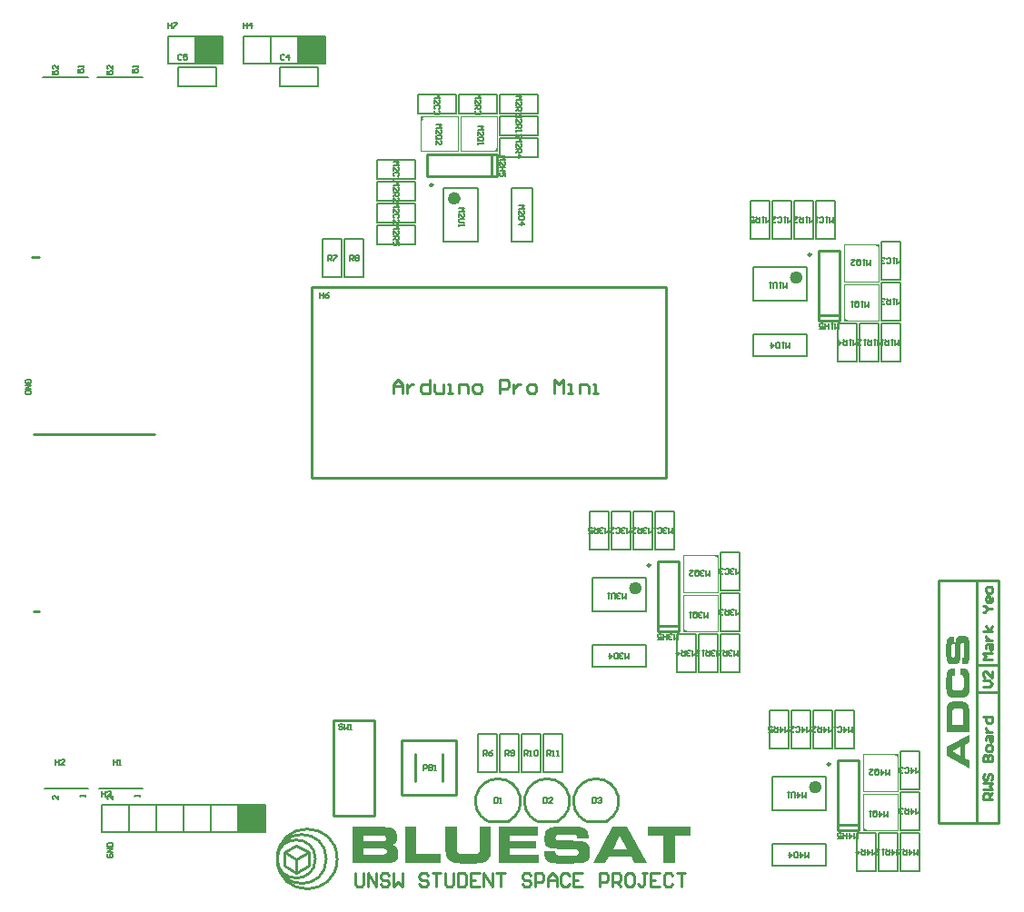
<source format=gto>
G04 Layer_Color=65535*
%FSLAX25Y25*%
%MOIN*%
G70*
G01*
G75*
%ADD22C,0.01000*%
%ADD36C,0.02362*%
%ADD37C,0.00984*%
%ADD38C,0.00500*%
%ADD39C,0.00800*%
%ADD40C,0.00787*%
%ADD41C,0.00400*%
%ADD42R,0.09962X0.10000*%
G36*
X-179381Y32653D02*
X-189784D01*
Y30529D01*
X-179928D01*
Y27795D01*
X-189784D01*
Y25671D01*
X-179147D01*
Y22500D01*
X-193845D01*
Y35715D01*
X-179381D01*
Y32653D01*
D02*
G37*
G36*
X-165308Y35855D02*
X-165026Y35840D01*
X-164761Y35824D01*
X-164511Y35808D01*
X-164292Y35777D01*
X-164074Y35746D01*
X-163886Y35730D01*
X-163730Y35699D01*
X-163574Y35668D01*
X-163449Y35636D01*
X-163355Y35621D01*
X-163277Y35605D01*
X-163215Y35590D01*
X-163183Y35574D01*
X-163168D01*
X-162808Y35465D01*
X-162496Y35324D01*
X-162230Y35199D01*
X-162027Y35074D01*
X-161855Y34949D01*
X-161731Y34855D01*
X-161668Y34793D01*
X-161637Y34777D01*
X-161449Y34574D01*
X-161309Y34371D01*
X-161184Y34168D01*
X-161106Y33965D01*
X-161043Y33793D01*
X-160996Y33668D01*
X-160965Y33575D01*
Y33559D01*
Y33543D01*
X-160918Y33278D01*
X-160872Y32997D01*
X-160840Y32731D01*
X-160825Y32497D01*
X-160809Y32278D01*
Y32106D01*
Y32044D01*
Y32013D01*
Y31981D01*
Y31966D01*
Y31544D01*
X-164870D01*
Y31794D01*
X-164886Y31888D01*
Y31981D01*
X-164901Y32059D01*
Y32106D01*
X-164917Y32138D01*
Y32153D01*
X-164980Y32325D01*
X-165058Y32466D01*
X-165136Y32544D01*
X-165151Y32575D01*
X-165167D01*
X-165245Y32637D01*
X-165339Y32684D01*
X-165526Y32762D01*
X-165620Y32794D01*
X-165698Y32809D01*
X-165745Y32825D01*
X-165761D01*
X-165917Y32856D01*
X-166089Y32887D01*
X-166276Y32903D01*
X-166448D01*
X-166604Y32919D01*
X-171337D01*
X-171587Y32903D01*
X-171806Y32887D01*
X-172009Y32840D01*
X-172165Y32794D01*
X-172290Y32747D01*
X-172383Y32715D01*
X-172446Y32684D01*
X-172461Y32669D01*
X-172602Y32559D01*
X-172696Y32434D01*
X-172774Y32309D01*
X-172821Y32184D01*
X-172852Y32075D01*
X-172868Y31981D01*
Y31919D01*
Y31888D01*
Y31731D01*
X-172852Y31591D01*
X-172821Y31482D01*
X-172790Y31388D01*
X-172774Y31310D01*
X-172743Y31247D01*
X-172727Y31216D01*
Y31200D01*
X-172665Y31122D01*
X-172571Y31044D01*
X-172352Y30935D01*
X-172258Y30904D01*
X-172165Y30872D01*
X-172102Y30857D01*
X-172087D01*
X-171868Y30825D01*
X-171634Y30794D01*
X-171399Y30763D01*
X-171165Y30747D01*
X-170946D01*
X-170775Y30732D01*
X-170228D01*
X-169806Y30716D01*
X-167198D01*
X-166807Y30700D01*
X-166448D01*
X-166104Y30685D01*
X-165776D01*
X-165479Y30669D01*
X-165214Y30654D01*
X-164980Y30638D01*
X-164777D01*
X-164589Y30622D01*
X-164433Y30607D01*
X-164323D01*
X-164230Y30591D01*
X-164167D01*
X-163886Y30560D01*
X-163636Y30544D01*
X-163386Y30497D01*
X-163152Y30466D01*
X-162949Y30419D01*
X-162746Y30373D01*
X-162574Y30326D01*
X-162418Y30279D01*
X-162262Y30232D01*
X-162137Y30185D01*
X-162043Y30154D01*
X-161949Y30123D01*
X-161887Y30091D01*
X-161840Y30060D01*
X-161809Y30044D01*
X-161793D01*
X-161496Y29857D01*
X-161246Y29654D01*
X-161043Y29451D01*
X-160872Y29248D01*
X-160762Y29060D01*
X-160668Y28904D01*
X-160637Y28842D01*
X-160622Y28795D01*
X-160606Y28779D01*
Y28764D01*
X-160497Y28436D01*
X-160403Y28061D01*
X-160340Y27686D01*
X-160309Y27327D01*
X-160293Y27155D01*
X-160278Y26999D01*
Y26858D01*
X-160262Y26733D01*
Y26639D01*
Y26561D01*
Y26514D01*
Y26499D01*
X-160278Y26015D01*
X-160309Y25593D01*
X-160356Y25234D01*
X-160372Y25062D01*
X-160403Y24921D01*
X-160434Y24780D01*
X-160450Y24671D01*
X-160481Y24577D01*
X-160497Y24499D01*
X-160512Y24421D01*
X-160528Y24374D01*
X-160544Y24359D01*
Y24343D01*
X-160668Y24062D01*
X-160825Y23797D01*
X-160981Y23593D01*
X-161153Y23406D01*
X-161309Y23265D01*
X-161434Y23156D01*
X-161528Y23094D01*
X-161543Y23078D01*
X-161559D01*
X-161855Y22922D01*
X-162168Y22797D01*
X-162512Y22703D01*
X-162824Y22625D01*
X-163121Y22562D01*
X-163246Y22547D01*
X-163339Y22531D01*
X-163433Y22516D01*
X-163496Y22500D01*
X-163558D01*
X-163808Y22469D01*
X-164074Y22453D01*
X-164620Y22422D01*
X-165167Y22391D01*
X-165698Y22375D01*
X-166167D01*
X-166354Y22359D01*
X-172274D01*
X-172727Y22375D01*
X-173133Y22406D01*
X-173321Y22422D01*
X-173477Y22437D01*
X-173633D01*
X-173758Y22453D01*
X-173883Y22469D01*
X-173977Y22484D01*
X-174055D01*
X-174102Y22500D01*
X-174148D01*
X-174492Y22562D01*
X-174820Y22656D01*
X-175086Y22750D01*
X-175320Y22828D01*
X-175507Y22922D01*
X-175648Y22984D01*
X-175726Y23031D01*
X-175757Y23047D01*
X-175976Y23219D01*
X-176148Y23390D01*
X-176304Y23578D01*
X-176445Y23750D01*
X-176538Y23906D01*
X-176601Y24031D01*
X-176648Y24109D01*
X-176663Y24140D01*
X-176757Y24421D01*
X-176820Y24702D01*
X-176882Y24999D01*
X-176913Y25280D01*
X-176929Y25530D01*
Y25640D01*
X-176944Y25733D01*
Y25796D01*
Y25858D01*
Y25890D01*
Y25905D01*
Y26827D01*
X-172883D01*
Y26639D01*
X-172868Y26467D01*
X-172852Y26327D01*
X-172821Y26202D01*
X-172805Y26108D01*
X-172790Y26046D01*
X-172774Y25999D01*
Y25983D01*
X-172680Y25780D01*
X-172571Y25640D01*
X-172477Y25561D01*
X-172461Y25530D01*
X-172446D01*
X-172274Y25437D01*
X-172087Y25374D01*
X-172009Y25359D01*
X-171946D01*
X-171915Y25343D01*
X-171899D01*
X-171634Y25327D01*
X-171399Y25312D01*
X-165932D01*
X-165729Y25327D01*
X-165542D01*
X-165323Y25359D01*
X-165136Y25405D01*
X-165073Y25437D01*
X-165026Y25452D01*
X-164995Y25468D01*
X-164980D01*
X-164808Y25577D01*
X-164683Y25686D01*
X-164620Y25780D01*
X-164589Y25796D01*
Y25811D01*
X-164542Y25905D01*
X-164495Y25999D01*
X-164448Y26202D01*
X-164433Y26280D01*
Y26358D01*
Y26405D01*
Y26421D01*
Y26577D01*
X-164464Y26717D01*
X-164480Y26827D01*
X-164511Y26921D01*
X-164542Y26999D01*
X-164558Y27045D01*
X-164589Y27077D01*
Y27092D01*
X-164667Y27186D01*
X-164777Y27264D01*
X-164886Y27327D01*
X-165011Y27373D01*
X-165136Y27420D01*
X-165229Y27452D01*
X-165292Y27467D01*
X-165323D01*
X-165558Y27514D01*
X-165839Y27545D01*
X-166120Y27577D01*
X-166401Y27592D01*
X-166651Y27608D01*
X-166760D01*
X-166854Y27623D01*
X-167260D01*
X-167494Y27639D01*
X-168010D01*
X-168525Y27655D01*
X-170946D01*
X-171321Y27670D01*
X-171680Y27686D01*
X-171993D01*
X-172305Y27702D01*
X-172571Y27717D01*
X-172821Y27733D01*
X-173039Y27748D01*
X-173242Y27764D01*
X-173399Y27780D01*
X-173539D01*
X-173649Y27795D01*
X-173727Y27811D01*
X-173789D01*
X-174258Y27889D01*
X-174680Y27983D01*
X-175023Y28076D01*
X-175179Y28123D01*
X-175320Y28186D01*
X-175429Y28232D01*
X-175539Y28279D01*
X-175632Y28311D01*
X-175710Y28342D01*
X-175757Y28373D01*
X-175804Y28404D01*
X-175820Y28420D01*
X-175835D01*
X-176070Y28592D01*
X-176273Y28795D01*
X-176429Y28998D01*
X-176554Y29185D01*
X-176632Y29357D01*
X-176695Y29498D01*
X-176726Y29592D01*
X-176741Y29607D01*
Y29623D01*
X-176804Y29935D01*
X-176851Y30263D01*
X-176882Y30607D01*
X-176898Y30919D01*
X-176913Y31200D01*
X-176929Y31310D01*
Y31419D01*
Y31513D01*
Y31575D01*
Y31607D01*
Y31622D01*
Y31950D01*
X-176913Y32263D01*
X-176898Y32544D01*
X-176866Y32794D01*
X-176851Y32997D01*
X-176835Y33153D01*
Y33215D01*
X-176820Y33262D01*
Y33278D01*
Y33293D01*
X-176757Y33575D01*
X-176679Y33840D01*
X-176570Y34059D01*
X-176460Y34262D01*
X-176366Y34418D01*
X-176273Y34543D01*
X-176210Y34606D01*
X-176195Y34637D01*
X-175976Y34840D01*
X-175726Y35012D01*
X-175461Y35168D01*
X-175211Y35293D01*
X-174976Y35386D01*
X-174867Y35433D01*
X-174773Y35465D01*
X-174711Y35496D01*
X-174648Y35511D01*
X-174617Y35527D01*
X-174601D01*
X-174383Y35590D01*
X-174164Y35636D01*
X-173680Y35730D01*
X-173180Y35793D01*
X-172696Y35824D01*
X-172477Y35840D01*
X-172274Y35855D01*
X-172087D01*
X-171915Y35871D01*
X-165620D01*
X-165308Y35855D01*
D02*
G37*
G36*
X-139363Y22500D02*
X-143877D01*
X-145142Y24843D01*
X-153358D01*
X-154545Y22500D01*
X-159075D01*
X-151921Y35715D01*
X-146642D01*
X-139363Y22500D01*
D02*
G37*
G36*
X-123462Y32434D02*
X-129147D01*
Y22500D01*
X-133209D01*
Y32434D01*
X-138910D01*
Y35715D01*
X-123462D01*
Y32434D01*
D02*
G37*
G36*
X-196563Y27202D02*
X-196579Y26749D01*
X-196626Y26327D01*
X-196688Y25936D01*
X-196766Y25577D01*
X-196860Y25249D01*
X-196985Y24952D01*
X-197094Y24671D01*
X-197219Y24437D01*
X-197344Y24218D01*
X-197453Y24031D01*
X-197563Y23890D01*
X-197672Y23750D01*
X-197750Y23656D01*
X-197813Y23593D01*
X-197860Y23547D01*
X-197875Y23531D01*
X-198141Y23328D01*
X-198422Y23140D01*
X-198750Y22984D01*
X-199078Y22859D01*
X-199406Y22734D01*
X-199750Y22641D01*
X-200093Y22562D01*
X-200421Y22500D01*
X-200749Y22453D01*
X-201046Y22422D01*
X-201312Y22391D01*
X-201546Y22375D01*
X-201733D01*
X-201874Y22359D01*
X-207810D01*
X-208325Y22375D01*
X-208794Y22406D01*
X-209231Y22469D01*
X-209637Y22547D01*
X-210012Y22625D01*
X-210356Y22734D01*
X-210652Y22844D01*
X-210918Y22953D01*
X-211168Y23062D01*
X-211371Y23156D01*
X-211543Y23265D01*
X-211683Y23344D01*
X-211793Y23422D01*
X-211871Y23484D01*
X-211918Y23515D01*
X-211933Y23531D01*
X-212168Y23765D01*
X-212355Y24031D01*
X-212527Y24312D01*
X-212683Y24609D01*
X-212808Y24905D01*
X-212917Y25218D01*
X-212995Y25515D01*
X-213073Y25811D01*
X-213120Y26093D01*
X-213167Y26358D01*
X-213183Y26592D01*
X-213214Y26796D01*
Y26967D01*
X-213230Y27092D01*
Y27170D01*
Y27202D01*
Y35715D01*
X-209169D01*
Y28076D01*
Y27842D01*
X-209153Y27639D01*
X-209122Y27436D01*
X-209090Y27264D01*
X-209059Y27092D01*
X-209012Y26952D01*
X-208919Y26702D01*
X-208825Y26514D01*
X-208747Y26389D01*
X-208684Y26311D01*
X-208669Y26280D01*
X-208559Y26186D01*
X-208450Y26108D01*
X-208185Y25968D01*
X-207888Y25874D01*
X-207607Y25811D01*
X-207341Y25780D01*
X-207216Y25765D01*
X-207122D01*
X-207029Y25749D01*
X-202671D01*
X-202452Y25765D01*
X-202264Y25796D01*
X-202093Y25827D01*
X-201937Y25874D01*
X-201796Y25921D01*
X-201546Y26015D01*
X-201374Y26108D01*
X-201234Y26202D01*
X-201171Y26264D01*
X-201140Y26280D01*
X-201046Y26389D01*
X-200968Y26514D01*
X-200843Y26780D01*
X-200749Y27077D01*
X-200687Y27373D01*
X-200656Y27655D01*
X-200640Y27764D01*
X-200624Y27873D01*
Y27951D01*
Y28014D01*
Y28061D01*
Y28076D01*
Y35715D01*
X-196563D01*
Y27202D01*
D02*
G37*
G36*
X-21133Y66785D02*
X-22609Y65988D01*
Y60812D01*
X-21133Y60064D01*
Y57211D01*
X-29457Y61717D01*
Y65043D01*
X-21133Y69629D01*
Y66785D01*
D02*
G37*
G36*
X-23347Y93993D02*
X-23170Y93983D01*
X-23002Y93963D01*
X-22855Y93944D01*
X-22727Y93914D01*
X-22638Y93894D01*
X-22579Y93884D01*
X-22569Y93875D01*
X-22560D01*
X-22392Y93825D01*
X-22245Y93757D01*
X-22107Y93678D01*
X-21989Y93609D01*
X-21900Y93530D01*
X-21822Y93481D01*
X-21782Y93442D01*
X-21763Y93422D01*
X-21644Y93284D01*
X-21536Y93137D01*
X-21448Y92979D01*
X-21369Y92832D01*
X-21310Y92694D01*
X-21271Y92586D01*
X-21251Y92546D01*
X-21241Y92517D01*
X-21231Y92497D01*
Y92487D01*
X-21172Y92251D01*
X-21123Y91985D01*
X-21093Y91729D01*
X-21064Y91483D01*
Y91365D01*
X-21054Y91257D01*
Y91169D01*
X-21044Y91080D01*
Y91011D01*
Y90962D01*
Y90932D01*
Y90923D01*
Y86809D01*
X-21054Y86495D01*
X-21064Y86199D01*
X-21084Y85944D01*
X-21093Y85826D01*
X-21103Y85717D01*
X-21113Y85609D01*
X-21123Y85530D01*
X-21133Y85452D01*
X-21143Y85383D01*
X-21152Y85334D01*
X-21162Y85294D01*
Y85274D01*
Y85265D01*
X-21221Y85019D01*
X-21290Y84792D01*
X-21369Y84596D01*
X-21438Y84428D01*
X-21517Y84290D01*
X-21576Y84192D01*
X-21595Y84153D01*
X-21615Y84123D01*
X-21625Y84113D01*
Y84104D01*
X-21763Y83936D01*
X-21910Y83789D01*
X-22068Y83671D01*
X-22215Y83572D01*
X-22353Y83484D01*
X-22451Y83434D01*
X-22491Y83415D01*
X-22520Y83395D01*
X-22540Y83385D01*
X-22550D01*
X-22786Y83306D01*
X-23032Y83247D01*
X-23278Y83198D01*
X-23524Y83169D01*
X-23632Y83159D01*
X-23731Y83149D01*
X-23819D01*
X-23898Y83139D01*
X-26535D01*
X-26860Y83149D01*
X-27155Y83179D01*
X-27283Y83198D01*
X-27411Y83218D01*
X-27519Y83238D01*
X-27627Y83267D01*
X-27716Y83287D01*
X-27794Y83306D01*
X-27873Y83326D01*
X-27922Y83346D01*
X-27972Y83365D01*
X-28001Y83375D01*
X-28021Y83385D01*
X-28031D01*
X-28237Y83484D01*
X-28424Y83602D01*
X-28582Y83720D01*
X-28719Y83838D01*
X-28818Y83946D01*
X-28896Y84025D01*
X-28936Y84084D01*
X-28956Y84094D01*
Y84104D01*
X-29074Y84290D01*
X-29172Y84487D01*
X-29261Y84684D01*
X-29320Y84861D01*
X-29369Y85028D01*
X-29388Y85097D01*
X-29398Y85146D01*
X-29418Y85196D01*
Y85235D01*
X-29428Y85255D01*
Y85265D01*
X-29467Y85530D01*
X-29507Y85796D01*
X-29526Y86052D01*
X-29536Y86288D01*
X-29546Y86396D01*
Y86495D01*
X-29556Y86583D01*
Y86652D01*
Y86721D01*
Y86760D01*
Y86790D01*
Y86800D01*
Y89811D01*
Y90057D01*
X-29546Y90293D01*
X-29536Y90509D01*
X-29526Y90716D01*
X-29516Y90913D01*
X-29507Y91090D01*
X-29487Y91247D01*
X-29477Y91395D01*
X-29457Y91533D01*
X-29438Y91651D01*
X-29428Y91749D01*
X-29418Y91828D01*
X-29408Y91887D01*
X-29398Y91936D01*
X-29388Y91966D01*
Y91975D01*
X-29320Y92261D01*
X-29241Y92517D01*
X-29152Y92723D01*
X-29064Y92900D01*
X-28985Y93038D01*
X-28916Y93137D01*
X-28877Y93196D01*
X-28857Y93215D01*
X-28710Y93363D01*
X-28552Y93491D01*
X-28395Y93579D01*
X-28237Y93658D01*
X-28100Y93717D01*
X-27991Y93747D01*
X-27952Y93766D01*
X-27922D01*
X-27903Y93776D01*
X-27893D01*
X-27657Y93816D01*
X-27411Y93845D01*
X-27165Y93875D01*
X-26938Y93884D01*
X-26830D01*
X-26732Y93894D01*
X-26417D01*
Y91336D01*
X-26643D01*
X-26801Y91326D01*
X-26928Y91287D01*
X-27037Y91237D01*
X-27115Y91178D01*
X-27184Y91119D01*
X-27224Y91070D01*
X-27243Y91031D01*
X-27253Y91021D01*
X-27312Y90893D01*
X-27352Y90746D01*
X-27381Y90598D01*
X-27401Y90460D01*
X-27411Y90332D01*
X-27420Y90234D01*
Y90194D01*
Y90165D01*
Y90145D01*
Y90135D01*
Y87361D01*
Y87174D01*
X-27401Y87016D01*
X-27381Y86878D01*
X-27362Y86760D01*
X-27342Y86662D01*
X-27322Y86593D01*
X-27312Y86554D01*
X-27302Y86534D01*
X-27253Y86426D01*
X-27204Y86327D01*
X-27145Y86249D01*
X-27096Y86180D01*
X-27047Y86121D01*
X-27007Y86081D01*
X-26978Y86062D01*
X-26968Y86052D01*
X-26879Y85993D01*
X-26791Y85944D01*
X-26712Y85904D01*
X-26623Y85875D01*
X-26555Y85855D01*
X-26496Y85835D01*
X-26456Y85826D01*
X-26446D01*
X-26210Y85796D01*
X-26092Y85776D01*
X-25984D01*
X-25885Y85766D01*
X-24685D01*
X-24537Y85776D01*
X-24409Y85786D01*
X-24291Y85796D01*
X-24203D01*
X-24134Y85806D01*
X-24095Y85816D01*
X-24075D01*
X-23957Y85845D01*
X-23858Y85875D01*
X-23770Y85914D01*
X-23691Y85944D01*
X-23632Y85983D01*
X-23593Y86003D01*
X-23563Y86022D01*
X-23553Y86032D01*
X-23484Y86101D01*
X-23426Y86170D01*
X-23337Y86317D01*
X-23307Y86386D01*
X-23288Y86436D01*
X-23268Y86475D01*
Y86485D01*
X-23238Y86603D01*
X-23219Y86721D01*
X-23199Y86849D01*
X-23189Y86957D01*
Y87065D01*
X-23179Y87144D01*
Y87203D01*
Y87223D01*
Y89948D01*
Y90096D01*
X-23189Y90234D01*
Y90362D01*
X-23199Y90460D01*
Y90549D01*
X-23209Y90608D01*
Y90647D01*
Y90657D01*
X-23229Y90755D01*
X-23248Y90844D01*
X-23278Y90923D01*
X-23307Y90991D01*
X-23327Y91041D01*
X-23347Y91080D01*
X-23366Y91100D01*
Y91110D01*
X-23416Y91169D01*
X-23475Y91228D01*
X-23583Y91306D01*
X-23632Y91336D01*
X-23672Y91356D01*
X-23701Y91365D01*
X-23711D01*
X-23799Y91395D01*
X-23898Y91415D01*
X-24006Y91424D01*
X-24104Y91434D01*
X-24183Y91444D01*
X-24321D01*
Y94002D01*
X-23544D01*
X-23347Y93993D01*
D02*
G37*
G36*
Y105879D02*
X-23081Y105860D01*
X-22855Y105830D01*
X-22747Y105820D01*
X-22658Y105801D01*
X-22569Y105781D01*
X-22501Y105771D01*
X-22442Y105752D01*
X-22392Y105742D01*
X-22343Y105732D01*
X-22314Y105722D01*
X-22304Y105712D01*
X-22294D01*
X-22117Y105633D01*
X-21949Y105535D01*
X-21822Y105437D01*
X-21703Y105328D01*
X-21615Y105230D01*
X-21546Y105151D01*
X-21507Y105092D01*
X-21497Y105082D01*
Y105072D01*
X-21398Y104886D01*
X-21320Y104689D01*
X-21261Y104472D01*
X-21212Y104276D01*
X-21172Y104088D01*
X-21162Y104010D01*
X-21152Y103951D01*
X-21143Y103892D01*
X-21133Y103852D01*
Y103823D01*
Y103813D01*
X-21113Y103656D01*
X-21103Y103488D01*
X-21084Y103144D01*
X-21064Y102799D01*
X-21054Y102465D01*
Y102317D01*
Y102170D01*
X-21044Y102052D01*
Y101943D01*
Y101855D01*
Y101786D01*
Y101747D01*
Y101727D01*
Y98637D01*
Y98322D01*
X-21054Y98037D01*
X-21074Y97781D01*
X-21084Y97663D01*
X-21093Y97565D01*
Y97466D01*
X-21103Y97387D01*
X-21113Y97309D01*
X-21123Y97250D01*
Y97201D01*
X-21133Y97171D01*
Y97151D01*
Y97141D01*
X-21172Y96925D01*
X-21231Y96718D01*
X-21290Y96551D01*
X-21339Y96403D01*
X-21398Y96285D01*
X-21438Y96197D01*
X-21467Y96148D01*
X-21477Y96128D01*
X-21585Y95990D01*
X-21694Y95882D01*
X-21812Y95784D01*
X-21920Y95695D01*
X-22018Y95636D01*
X-22097Y95597D01*
X-22146Y95567D01*
X-22166Y95557D01*
X-22343Y95498D01*
X-22520Y95459D01*
X-22707Y95420D01*
X-22884Y95400D01*
X-23042Y95390D01*
X-23111D01*
X-23170Y95380D01*
X-23858D01*
Y97939D01*
X-23740D01*
X-23632Y97948D01*
X-23544Y97958D01*
X-23465Y97978D01*
X-23406Y97988D01*
X-23366Y97998D01*
X-23337Y98007D01*
X-23327D01*
X-23199Y98066D01*
X-23111Y98135D01*
X-23061Y98194D01*
X-23042Y98204D01*
Y98214D01*
X-22983Y98322D01*
X-22943Y98440D01*
X-22933Y98490D01*
Y98529D01*
X-22924Y98549D01*
Y98558D01*
X-22914Y98726D01*
X-22904Y98873D01*
Y98942D01*
Y98991D01*
Y99031D01*
Y99041D01*
Y102170D01*
Y102317D01*
X-22914Y102445D01*
Y102494D01*
Y102534D01*
Y102553D01*
Y102563D01*
X-22933Y102701D01*
X-22963Y102819D01*
X-22983Y102858D01*
X-22993Y102888D01*
X-23002Y102908D01*
Y102918D01*
X-23071Y103026D01*
X-23140Y103104D01*
X-23199Y103144D01*
X-23209Y103164D01*
X-23219D01*
X-23278Y103193D01*
X-23337Y103223D01*
X-23465Y103252D01*
X-23514Y103262D01*
X-23701D01*
X-23790Y103242D01*
X-23858Y103232D01*
X-23918Y103213D01*
X-23967Y103193D01*
X-23996Y103183D01*
X-24016Y103164D01*
X-24026D01*
X-24085Y103114D01*
X-24134Y103045D01*
X-24173Y102977D01*
X-24203Y102898D01*
X-24232Y102819D01*
X-24252Y102760D01*
X-24262Y102721D01*
Y102701D01*
X-24291Y102553D01*
X-24311Y102376D01*
X-24331Y102199D01*
X-24341Y102022D01*
X-24350Y101865D01*
Y101796D01*
X-24360Y101737D01*
Y101688D01*
Y101648D01*
Y101628D01*
Y101619D01*
Y101481D01*
X-24370Y101333D01*
Y101009D01*
X-24380Y100684D01*
Y100379D01*
Y100231D01*
Y100093D01*
Y99975D01*
Y99877D01*
Y99788D01*
Y99729D01*
Y99680D01*
Y99670D01*
Y99405D01*
Y99159D01*
X-24390Y98922D01*
X-24400Y98696D01*
Y98499D01*
X-24409Y98303D01*
X-24419Y98135D01*
X-24429Y97978D01*
X-24439Y97840D01*
X-24449Y97712D01*
X-24459Y97614D01*
Y97525D01*
X-24468Y97456D01*
X-24478Y97407D01*
Y97378D01*
Y97368D01*
X-24528Y97073D01*
X-24587Y96807D01*
X-24646Y96590D01*
X-24675Y96492D01*
X-24714Y96403D01*
X-24744Y96335D01*
X-24774Y96266D01*
X-24793Y96207D01*
X-24813Y96157D01*
X-24833Y96128D01*
X-24852Y96098D01*
X-24862Y96089D01*
Y96079D01*
X-24970Y95931D01*
X-25098Y95803D01*
X-25226Y95705D01*
X-25344Y95626D01*
X-25453Y95577D01*
X-25541Y95538D01*
X-25600Y95518D01*
X-25610Y95508D01*
X-25620D01*
X-25817Y95469D01*
X-26023Y95439D01*
X-26240Y95420D01*
X-26436Y95410D01*
X-26614Y95400D01*
X-26682Y95390D01*
X-27086D01*
X-27283Y95400D01*
X-27460Y95410D01*
X-27617Y95429D01*
X-27745Y95439D01*
X-27844Y95449D01*
X-27883D01*
X-27913Y95459D01*
X-27932D01*
X-28109Y95498D01*
X-28277Y95547D01*
X-28414Y95616D01*
X-28542Y95685D01*
X-28641Y95744D01*
X-28719Y95803D01*
X-28759Y95843D01*
X-28778Y95852D01*
X-28906Y95990D01*
X-29015Y96148D01*
X-29113Y96315D01*
X-29192Y96472D01*
X-29251Y96620D01*
X-29280Y96689D01*
X-29300Y96748D01*
X-29320Y96787D01*
X-29329Y96827D01*
X-29339Y96846D01*
Y96856D01*
X-29379Y96994D01*
X-29408Y97132D01*
X-29467Y97437D01*
X-29507Y97752D01*
X-29526Y98057D01*
X-29536Y98194D01*
X-29546Y98322D01*
Y98440D01*
X-29556Y98549D01*
Y98627D01*
Y98696D01*
Y98736D01*
Y98745D01*
Y102317D01*
Y102514D01*
X-29546Y102711D01*
X-29536Y102888D01*
X-29526Y103055D01*
X-29516Y103213D01*
X-29497Y103350D01*
X-29477Y103488D01*
X-29467Y103606D01*
X-29448Y103705D01*
X-29428Y103803D01*
X-29408Y103882D01*
X-29398Y103941D01*
X-29388Y103990D01*
X-29379Y104030D01*
X-29369Y104049D01*
Y104059D01*
X-29300Y104285D01*
X-29211Y104482D01*
X-29133Y104649D01*
X-29054Y104777D01*
X-28975Y104886D01*
X-28916Y104964D01*
X-28877Y105004D01*
X-28867Y105023D01*
X-28739Y105141D01*
X-28611Y105230D01*
X-28483Y105309D01*
X-28355Y105358D01*
X-28247Y105397D01*
X-28168Y105427D01*
X-28109Y105446D01*
X-28090D01*
X-27922Y105476D01*
X-27745Y105506D01*
X-27578Y105525D01*
X-27430Y105535D01*
X-27293Y105545D01*
X-26830D01*
Y102986D01*
X-26988D01*
X-27047Y102977D01*
X-27106D01*
X-27155Y102967D01*
X-27184D01*
X-27204Y102957D01*
X-27214D01*
X-27322Y102918D01*
X-27411Y102868D01*
X-27460Y102819D01*
X-27480Y102809D01*
Y102799D01*
X-27519Y102750D01*
X-27548Y102691D01*
X-27598Y102573D01*
X-27617Y102514D01*
X-27627Y102465D01*
X-27637Y102435D01*
Y102426D01*
X-27657Y102327D01*
X-27676Y102219D01*
X-27686Y102101D01*
Y101993D01*
X-27696Y101894D01*
Y101806D01*
Y101756D01*
Y101747D01*
Y101737D01*
Y98913D01*
X-27686Y98755D01*
X-27676Y98618D01*
X-27647Y98490D01*
X-27617Y98391D01*
X-27588Y98312D01*
X-27568Y98253D01*
X-27548Y98214D01*
X-27539Y98204D01*
X-27470Y98116D01*
X-27391Y98057D01*
X-27312Y98007D01*
X-27234Y97978D01*
X-27165Y97958D01*
X-27106Y97948D01*
X-26948D01*
X-26860Y97958D01*
X-26791Y97978D01*
X-26732Y97998D01*
X-26682Y98007D01*
X-26643Y98027D01*
X-26623Y98037D01*
X-26614D01*
X-26564Y98076D01*
X-26515Y98135D01*
X-26446Y98273D01*
X-26427Y98332D01*
X-26407Y98391D01*
X-26397Y98431D01*
Y98440D01*
X-26377Y98578D01*
X-26358Y98726D01*
X-26338Y98873D01*
X-26328Y99021D01*
Y99159D01*
X-26318Y99267D01*
Y99306D01*
Y99336D01*
Y99356D01*
Y99365D01*
Y99483D01*
Y99611D01*
X-26309Y99877D01*
Y100143D01*
Y100399D01*
Y100526D01*
Y100635D01*
Y100733D01*
Y100822D01*
Y100891D01*
Y100940D01*
Y100979D01*
Y100989D01*
Y101264D01*
Y101520D01*
X-26299Y101766D01*
Y101993D01*
X-26289Y102209D01*
Y102416D01*
X-26279Y102603D01*
X-26269Y102770D01*
X-26259Y102918D01*
Y103045D01*
X-26250Y103164D01*
X-26240Y103262D01*
Y103331D01*
X-26230Y103390D01*
Y103419D01*
Y103429D01*
X-26210Y103606D01*
X-26200Y103764D01*
X-26171Y103921D01*
X-26151Y104069D01*
X-26122Y104197D01*
X-26092Y104325D01*
X-26063Y104433D01*
X-26033Y104531D01*
X-26004Y104630D01*
X-25974Y104708D01*
X-25954Y104768D01*
X-25935Y104826D01*
X-25915Y104866D01*
X-25895Y104895D01*
X-25885Y104915D01*
Y104925D01*
X-25767Y105112D01*
X-25640Y105269D01*
X-25512Y105397D01*
X-25384Y105506D01*
X-25266Y105574D01*
X-25167Y105633D01*
X-25128Y105653D01*
X-25098Y105663D01*
X-25088Y105673D01*
X-25079D01*
X-24872Y105742D01*
X-24636Y105801D01*
X-24400Y105840D01*
X-24173Y105860D01*
X-24065Y105870D01*
X-23967Y105879D01*
X-23878D01*
X-23799Y105889D01*
X-23652D01*
X-23347Y105879D01*
D02*
G37*
G36*
X-234973Y35683D02*
X-234613Y35652D01*
X-234317Y35621D01*
X-234176Y35605D01*
X-234051Y35590D01*
X-233958Y35574D01*
X-233864Y35558D01*
X-233801Y35543D01*
X-233754D01*
X-233723Y35527D01*
X-233707D01*
X-233380Y35449D01*
X-233083Y35371D01*
X-232833Y35261D01*
X-232614Y35168D01*
X-232442Y35090D01*
X-232317Y35012D01*
X-232239Y34965D01*
X-232208Y34949D01*
X-231989Y34793D01*
X-231802Y34606D01*
X-231646Y34434D01*
X-231521Y34262D01*
X-231427Y34106D01*
X-231364Y33981D01*
X-231318Y33903D01*
X-231302Y33887D01*
Y33871D01*
X-231208Y33621D01*
X-231130Y33340D01*
X-231083Y33075D01*
X-231036Y32809D01*
X-231021Y32590D01*
X-231005Y32403D01*
Y32341D01*
Y32294D01*
Y32263D01*
Y32247D01*
Y31934D01*
X-231036Y31669D01*
X-231052Y31435D01*
X-231083Y31232D01*
X-231115Y31075D01*
X-231130Y30950D01*
X-231161Y30888D01*
Y30857D01*
X-231224Y30669D01*
X-231286Y30497D01*
X-231349Y30357D01*
X-231411Y30232D01*
X-231474Y30123D01*
X-231521Y30060D01*
X-231552Y30013D01*
X-231568Y29998D01*
X-231771Y29779D01*
X-231974Y29623D01*
X-232067Y29576D01*
X-232130Y29529D01*
X-232177Y29513D01*
X-232192Y29498D01*
X-232458Y29388D01*
X-232598Y29342D01*
X-232723Y29295D01*
X-232817Y29263D01*
X-232895Y29232D01*
X-232958Y29217D01*
X-232973D01*
Y29154D01*
X-232739Y29123D01*
X-232505Y29076D01*
X-232302Y29013D01*
X-232114Y28951D01*
X-231943Y28873D01*
X-231802Y28795D01*
X-231661Y28717D01*
X-231536Y28639D01*
X-231349Y28498D01*
X-231208Y28373D01*
X-231130Y28279D01*
X-231099Y28264D01*
Y28248D01*
X-231005Y28108D01*
X-230912Y27936D01*
X-230771Y27577D01*
X-230677Y27202D01*
X-230599Y26842D01*
X-230568Y26514D01*
X-230552Y26374D01*
Y26249D01*
X-230537Y26140D01*
Y26061D01*
Y26015D01*
Y25999D01*
X-230552Y25608D01*
X-230584Y25265D01*
X-230630Y24952D01*
X-230693Y24702D01*
X-230755Y24499D01*
X-230802Y24343D01*
X-230834Y24249D01*
X-230849Y24234D01*
Y24218D01*
X-230974Y23968D01*
X-231099Y23765D01*
X-231240Y23578D01*
X-231380Y23422D01*
X-231505Y23297D01*
X-231599Y23219D01*
X-231661Y23156D01*
X-231693Y23140D01*
X-231896Y23016D01*
X-232114Y22906D01*
X-232333Y22812D01*
X-232536Y22750D01*
X-232708Y22687D01*
X-232848Y22656D01*
X-232942Y22625D01*
X-232973D01*
X-233536Y22547D01*
X-233801Y22531D01*
X-234051Y22516D01*
X-234270Y22500D01*
X-247500D01*
Y35715D01*
X-235379D01*
X-234973Y35683D01*
D02*
G37*
G36*
X-224054Y25890D02*
X-214948D01*
Y22500D01*
X-228116D01*
Y35715D01*
X-224054D01*
Y25890D01*
D02*
G37*
G36*
X-23750Y81771D02*
X-23494Y81752D01*
X-23268Y81722D01*
X-23081Y81693D01*
X-22993Y81673D01*
X-22924Y81653D01*
X-22855Y81634D01*
X-22806Y81624D01*
X-22766Y81614D01*
X-22737Y81604D01*
X-22717Y81594D01*
X-22707D01*
X-22510Y81516D01*
X-22333Y81427D01*
X-22176Y81329D01*
X-22048Y81230D01*
X-21940Y81142D01*
X-21871Y81073D01*
X-21822Y81024D01*
X-21802Y81004D01*
X-21674Y80846D01*
X-21576Y80669D01*
X-21487Y80492D01*
X-21418Y80325D01*
X-21359Y80168D01*
X-21339Y80108D01*
X-21320Y80049D01*
X-21310Y80000D01*
X-21300Y79971D01*
X-21290Y79951D01*
Y79941D01*
X-21241Y79685D01*
X-21202Y79410D01*
X-21172Y79144D01*
X-21152Y78888D01*
X-21143Y78770D01*
Y78662D01*
Y78573D01*
X-21133Y78485D01*
Y78416D01*
Y78367D01*
Y78337D01*
Y78327D01*
Y70623D01*
X-29457D01*
Y78327D01*
X-29448Y78672D01*
X-29428Y78987D01*
X-29418Y79124D01*
X-29408Y79262D01*
X-29388Y79380D01*
X-29379Y79488D01*
X-29359Y79597D01*
X-29339Y79685D01*
X-29329Y79764D01*
X-29320Y79823D01*
X-29310Y79872D01*
X-29300Y79912D01*
X-29290Y79931D01*
Y79941D01*
X-29221Y80177D01*
X-29142Y80384D01*
X-29064Y80571D01*
X-28975Y80718D01*
X-28896Y80846D01*
X-28837Y80935D01*
X-28798Y80984D01*
X-28778Y81004D01*
X-28641Y81151D01*
X-28493Y81270D01*
X-28346Y81368D01*
X-28198Y81457D01*
X-28070Y81516D01*
X-27962Y81565D01*
X-27932Y81575D01*
X-27903Y81584D01*
X-27883Y81594D01*
X-27873D01*
X-27657Y81653D01*
X-27430Y81703D01*
X-27214Y81732D01*
X-27007Y81762D01*
X-26830Y81771D01*
X-26751D01*
X-26682Y81781D01*
X-24026D01*
X-23750Y81771D01*
D02*
G37*
%LPC*%
G36*
X-149281Y32637D02*
X-151843Y27686D01*
X-146657D01*
X-149281Y32637D01*
D02*
G37*
G36*
X-24400Y65034D02*
X-27519Y63380D01*
X-24400Y61767D01*
Y65034D01*
D02*
G37*
G36*
X-236175Y32544D02*
X-243439D01*
Y30482D01*
X-236269D01*
X-236066Y30497D01*
X-235879Y30513D01*
X-235738Y30544D01*
X-235613Y30591D01*
X-235504Y30638D01*
X-235441Y30669D01*
X-235395Y30685D01*
X-235379Y30700D01*
X-235269Y30810D01*
X-235191Y30919D01*
X-235145Y31060D01*
X-235098Y31185D01*
X-235082Y31310D01*
X-235067Y31403D01*
Y31466D01*
Y31497D01*
X-235082Y31700D01*
X-235113Y31872D01*
X-235160Y32013D01*
X-235223Y32122D01*
X-235285Y32200D01*
X-235332Y32263D01*
X-235363Y32294D01*
X-235379Y32309D01*
X-235504Y32388D01*
X-235644Y32450D01*
X-235801Y32481D01*
X-235941Y32512D01*
X-236066Y32528D01*
X-236175Y32544D01*
D02*
G37*
G36*
X-236066Y27748D02*
X-243439D01*
Y25671D01*
X-236175D01*
X-235941Y25686D01*
X-235738Y25702D01*
X-235551Y25733D01*
X-235395Y25765D01*
X-235269Y25796D01*
X-235191Y25827D01*
X-235129Y25858D01*
X-235113D01*
X-234973Y25952D01*
X-234879Y26061D01*
X-234801Y26186D01*
X-234754Y26327D01*
X-234723Y26436D01*
X-234707Y26546D01*
Y26608D01*
Y26639D01*
X-234723Y26874D01*
X-234770Y27061D01*
X-234832Y27217D01*
X-234910Y27342D01*
X-234988Y27420D01*
X-235051Y27483D01*
X-235098Y27514D01*
X-235113Y27530D01*
X-235269Y27608D01*
X-235457Y27655D01*
X-235629Y27702D01*
X-235801Y27717D01*
X-235941Y27733D01*
X-236066Y27748D01*
D02*
G37*
G36*
X-24606Y79223D02*
X-26043D01*
X-26191Y79213D01*
X-26318Y79193D01*
X-26427Y79184D01*
X-26505Y79164D01*
X-26574Y79144D01*
X-26614Y79134D01*
X-26623D01*
X-26732Y79095D01*
X-26820Y79056D01*
X-26899Y79016D01*
X-26958Y78967D01*
X-27007Y78928D01*
X-27047Y78898D01*
X-27066Y78878D01*
X-27076Y78869D01*
X-27135Y78800D01*
X-27184Y78721D01*
X-27253Y78564D01*
X-27283Y78495D01*
X-27302Y78446D01*
X-27312Y78406D01*
Y78396D01*
X-27342Y78288D01*
X-27362Y78170D01*
X-27371Y78052D01*
X-27381Y77944D01*
X-27391Y77845D01*
Y77767D01*
Y77717D01*
Y77698D01*
Y73181D01*
X-23268D01*
Y77698D01*
Y77845D01*
X-23278Y77983D01*
X-23288Y78101D01*
X-23307Y78199D01*
X-23317Y78288D01*
X-23327Y78347D01*
X-23337Y78386D01*
Y78396D01*
X-23366Y78505D01*
X-23406Y78593D01*
X-23435Y78672D01*
X-23475Y78741D01*
X-23514Y78800D01*
X-23534Y78839D01*
X-23553Y78859D01*
X-23563Y78869D01*
X-23632Y78928D01*
X-23701Y78987D01*
X-23849Y79065D01*
X-23918Y79095D01*
X-23967Y79115D01*
X-24006Y79134D01*
X-24016D01*
X-24134Y79164D01*
X-24262Y79184D01*
X-24380Y79203D01*
X-24498Y79213D01*
X-24606Y79223D01*
D02*
G37*
%LPD*%
D22*
X-190176Y37839D02*
G03*
X-197851Y37853I-3824J7330D01*
G01*
X-172176Y37839D02*
G03*
X-179851Y37853I-3824J7330D01*
G01*
X-154176Y37839D02*
G03*
X-161851Y37853I-3824J7330D01*
G01*
X-261000Y24000D02*
G03*
X-261000Y24000I-7000J0D01*
G01*
X-257000D02*
G03*
X-257000Y24000I-9000J0D01*
G01*
X-253000D02*
G03*
X-253000Y24000I-11000J0D01*
G01*
X-254500Y75000D02*
X-239500D01*
X-254500Y40000D02*
Y75000D01*
Y40000D02*
X-239500D01*
Y75000D01*
X-229500Y47500D02*
X-209500D01*
X-229500D02*
Y67500D01*
X-209500D01*
Y47500D02*
Y67500D01*
X-224500Y52500D02*
Y62500D01*
X-214500Y52500D02*
Y62500D01*
X-262500Y164000D02*
Y234000D01*
X-132500D01*
Y164000D02*
Y234000D01*
X-262500Y164000D02*
X-132500D01*
X-197851Y37853D02*
X-190176Y37839D01*
X-179851Y37853D02*
X-172176Y37839D01*
X-161851Y37853D02*
X-154176Y37839D01*
X-61563Y34563D02*
Y60154D01*
X-69437D02*
X-61563D01*
X-69437Y34563D02*
Y60154D01*
Y34563D02*
X-61563D01*
X-69437Y36531D02*
X-61563D01*
X-127563Y107563D02*
Y133153D01*
X-135437D02*
X-127563D01*
X-135437Y107563D02*
Y133153D01*
Y107563D02*
X-127563D01*
X-135437Y109531D02*
X-127563D01*
X-219882Y282437D02*
X-194291D01*
X-219882Y274563D02*
Y282437D01*
Y274563D02*
X-194291D01*
Y282437D01*
X-196260Y274563D02*
Y282437D01*
X-68563Y221563D02*
Y247153D01*
X-76437D02*
X-68563D01*
X-76437Y221563D02*
Y247153D01*
Y221563D02*
X-68563D01*
X-76437Y223532D02*
X-68563D01*
X-18300Y85100D02*
X-10300D01*
X-18300Y37100D02*
Y126100D01*
X-32300Y37100D02*
X-10300D01*
Y126100D01*
X-18300Y95100D02*
X-10300D01*
X-32300Y126100D02*
X-10300D01*
X-32300Y37100D02*
Y126100D01*
X-268000Y19000D02*
Y24000D01*
X-272500Y21500D02*
X-268000Y19000D01*
X-263500Y21500D01*
X-272500Y26500D02*
X-268000Y24000D01*
X-272500Y21500D02*
Y26500D01*
X-263500Y21500D02*
Y26500D01*
X-268000Y24000D02*
X-263500Y26500D01*
X-268000Y29000D02*
X-263500Y26500D01*
X-272500D02*
X-268000Y29000D01*
X-364500Y115000D02*
X-362500D01*
X-365000Y245000D02*
X-362500D01*
X-364500Y180000D02*
X-320000D01*
X-16049Y87184D02*
X-13717D01*
X-12551Y88351D01*
X-13717Y89517D01*
X-16049D01*
X-12551Y93016D02*
Y90683D01*
X-14883Y93016D01*
X-15466D01*
X-16049Y92433D01*
Y91266D01*
X-15466Y90683D01*
X-12551Y45938D02*
X-16049D01*
Y47688D01*
X-15466Y48271D01*
X-14300D01*
X-13717Y47688D01*
Y45938D01*
Y47104D02*
X-12551Y48271D01*
X-16049Y49437D02*
X-12551D01*
X-13717Y50603D01*
X-12551Y51770D01*
X-16049D01*
X-15466Y55269D02*
X-16049Y54685D01*
Y53519D01*
X-15466Y52936D01*
X-14883D01*
X-14300Y53519D01*
Y54685D01*
X-13717Y55269D01*
X-13134D01*
X-12551Y54685D01*
Y53519D01*
X-13134Y52936D01*
X-16049Y59934D02*
X-12551D01*
Y61683D01*
X-13134Y62266D01*
X-13717D01*
X-14300Y61683D01*
Y59934D01*
Y61683D01*
X-14883Y62266D01*
X-15466D01*
X-16049Y61683D01*
Y59934D01*
X-12551Y64016D02*
Y65182D01*
X-13134Y65765D01*
X-14300D01*
X-14883Y65182D01*
Y64016D01*
X-14300Y63433D01*
X-13134D01*
X-12551Y64016D01*
X-14883Y67515D02*
Y68681D01*
X-14300Y69264D01*
X-12551D01*
Y67515D01*
X-13134Y66931D01*
X-13717Y67515D01*
Y69264D01*
X-14883Y70430D02*
X-12551D01*
X-13717D01*
X-14300Y71013D01*
X-14883Y71597D01*
Y72180D01*
X-16049Y76262D02*
X-12551D01*
Y74512D01*
X-13134Y73929D01*
X-14300D01*
X-14883Y74512D01*
Y76262D01*
X-12551Y97188D02*
X-16049D01*
X-14883Y98354D01*
X-16049Y99520D01*
X-12551D01*
X-14883Y101270D02*
Y102436D01*
X-14300Y103019D01*
X-12551D01*
Y101270D01*
X-13134Y100687D01*
X-13717Y101270D01*
Y103019D01*
X-14883Y104185D02*
X-12551D01*
X-13717D01*
X-14300Y104769D01*
X-14883Y105352D01*
Y105935D01*
X-12551Y107684D02*
X-16049D01*
X-13717D02*
X-14883Y109434D01*
X-13717Y107684D02*
X-12551Y109434D01*
X-16049Y114682D02*
X-15466D01*
X-14300Y115848D01*
X-15466Y117015D01*
X-16049D01*
X-14300Y115848D02*
X-12551D01*
Y119930D02*
Y118764D01*
X-13134Y118181D01*
X-14300D01*
X-14883Y118764D01*
Y119930D01*
X-14300Y120513D01*
X-13717D01*
Y118181D01*
X-12551Y122263D02*
Y123429D01*
X-13134Y124012D01*
X-14300D01*
X-14883Y123429D01*
Y122263D01*
X-14300Y121680D01*
X-13134D01*
X-12551Y122263D01*
X-232500Y195000D02*
Y198332D01*
X-230834Y199998D01*
X-229168Y198332D01*
Y195000D01*
Y197499D01*
X-232500D01*
X-227502Y198332D02*
Y195000D01*
Y196666D01*
X-226669Y197499D01*
X-225835Y198332D01*
X-225002D01*
X-219171Y199998D02*
Y195000D01*
X-221670D01*
X-222503Y195833D01*
Y197499D01*
X-221670Y198332D01*
X-219171D01*
X-217505D02*
Y195833D01*
X-216672Y195000D01*
X-214173D01*
Y198332D01*
X-212507Y195000D02*
X-210840D01*
X-211673D01*
Y198332D01*
X-212507D01*
X-208341Y195000D02*
Y198332D01*
X-205842D01*
X-205009Y197499D01*
Y195000D01*
X-202510D02*
X-200844D01*
X-200010Y195833D01*
Y197499D01*
X-200844Y198332D01*
X-202510D01*
X-203343Y197499D01*
Y195833D01*
X-202510Y195000D01*
X-193346D02*
Y199998D01*
X-190847D01*
X-190014Y199165D01*
Y197499D01*
X-190847Y196666D01*
X-193346D01*
X-188348Y198332D02*
Y195000D01*
Y196666D01*
X-187515Y197499D01*
X-186681Y198332D01*
X-185848D01*
X-182516Y195000D02*
X-180850D01*
X-180017Y195833D01*
Y197499D01*
X-180850Y198332D01*
X-182516D01*
X-183349Y197499D01*
Y195833D01*
X-182516Y195000D01*
X-173353D02*
Y199998D01*
X-171686Y198332D01*
X-170020Y199998D01*
Y195000D01*
X-168354D02*
X-166688D01*
X-167521D01*
Y198332D01*
X-168354D01*
X-164189Y195000D02*
Y198332D01*
X-161690D01*
X-160856Y197499D01*
Y195000D01*
X-159190D02*
X-157524D01*
X-158357D01*
Y198332D01*
X-159190D01*
X-246500Y18723D02*
Y14787D01*
X-245713Y14000D01*
X-244139D01*
X-243351Y14787D01*
Y18723D01*
X-241777Y14000D02*
Y18723D01*
X-238629Y14000D01*
Y18723D01*
X-233906Y17936D02*
X-234693Y18723D01*
X-236267D01*
X-237054Y17936D01*
Y17149D01*
X-236267Y16361D01*
X-234693D01*
X-233906Y15574D01*
Y14787D01*
X-234693Y14000D01*
X-236267D01*
X-237054Y14787D01*
X-232331Y18723D02*
Y14000D01*
X-230757Y15574D01*
X-229183Y14000D01*
Y18723D01*
X-219737Y17936D02*
X-220524Y18723D01*
X-222098D01*
X-222886Y17936D01*
Y17149D01*
X-222098Y16361D01*
X-220524D01*
X-219737Y15574D01*
Y14787D01*
X-220524Y14000D01*
X-222098D01*
X-222886Y14787D01*
X-218163Y18723D02*
X-215014D01*
X-216588D01*
Y14000D01*
X-213440Y18723D02*
Y14787D01*
X-212653Y14000D01*
X-211078D01*
X-210291Y14787D01*
Y18723D01*
X-208717D02*
Y14000D01*
X-206356D01*
X-205568Y14787D01*
Y17936D01*
X-206356Y18723D01*
X-208717D01*
X-200846D02*
X-203994D01*
Y14000D01*
X-200846D01*
X-203994Y16361D02*
X-202420D01*
X-199271Y14000D02*
Y18723D01*
X-196123Y14000D01*
Y18723D01*
X-194548D02*
X-191400D01*
X-192974D01*
Y14000D01*
X-181954Y17936D02*
X-182741Y18723D01*
X-184315D01*
X-185103Y17936D01*
Y17149D01*
X-184315Y16361D01*
X-182741D01*
X-181954Y15574D01*
Y14787D01*
X-182741Y14000D01*
X-184315D01*
X-185103Y14787D01*
X-180380Y14000D02*
Y18723D01*
X-178018D01*
X-177231Y17936D01*
Y16361D01*
X-178018Y15574D01*
X-180380D01*
X-175657Y14000D02*
Y17149D01*
X-174083Y18723D01*
X-172508Y17149D01*
Y14000D01*
Y16361D01*
X-175657D01*
X-167785Y17936D02*
X-168572Y18723D01*
X-170147D01*
X-170934Y17936D01*
Y14787D01*
X-170147Y14000D01*
X-168572D01*
X-167785Y14787D01*
X-163062Y18723D02*
X-166211D01*
Y14000D01*
X-163062D01*
X-166211Y16361D02*
X-164637D01*
X-156765Y14000D02*
Y18723D01*
X-154404D01*
X-153617Y17936D01*
Y16361D01*
X-154404Y15574D01*
X-156765D01*
X-152042Y14000D02*
Y18723D01*
X-149681D01*
X-148894Y17936D01*
Y16361D01*
X-149681Y15574D01*
X-152042D01*
X-150468D02*
X-148894Y14000D01*
X-144958Y18723D02*
X-146532D01*
X-147319Y17936D01*
Y14787D01*
X-146532Y14000D01*
X-144958D01*
X-144171Y14787D01*
Y17936D01*
X-144958Y18723D01*
X-139448D02*
X-141022D01*
X-140235D01*
Y14787D01*
X-141022Y14000D01*
X-141809D01*
X-142597Y14787D01*
X-134725Y18723D02*
X-137874D01*
Y14000D01*
X-134725D01*
X-137874Y16361D02*
X-136300D01*
X-130002Y17936D02*
X-130789Y18723D01*
X-132364D01*
X-133151Y17936D01*
Y14787D01*
X-132364Y14000D01*
X-130789D01*
X-130002Y14787D01*
X-128428Y18723D02*
X-125279D01*
X-126854D01*
Y14000D01*
D36*
X-76413Y50362D02*
G03*
X-76413Y50362I-1181J0D01*
G01*
X-142413Y123362D02*
G03*
X-142413Y123362I-1181J0D01*
G01*
X-208910Y266406D02*
G03*
X-208910Y266406I-1181J0D01*
G01*
X-83413Y237362D02*
G03*
X-83413Y237362I-1181J0D01*
G01*
D37*
X-72161Y58728D02*
G03*
X-72161Y58728I-492J0D01*
G01*
X-138161Y131728D02*
G03*
X-138161Y131728I-492J0D01*
G01*
X-217965Y271346D02*
G03*
X-217965Y271346I-492J0D01*
G01*
X-79161Y245728D02*
G03*
X-79161Y245728I-492J0D01*
G01*
D38*
X-258500Y237500D02*
Y251500D01*
X-251500D02*
X-251500Y237500D01*
X-258500Y251500D02*
X-251500D01*
X-258500Y237500D02*
X-251500Y237500D01*
X-250500Y237500D02*
Y251500D01*
X-243500D02*
X-243500Y237500D01*
X-250500Y251500D02*
X-243500D01*
X-250500Y237500D02*
X-243500Y237500D01*
X-201500Y56000D02*
Y70000D01*
X-194500D02*
X-194500Y56000D01*
X-201500Y70000D02*
X-194500D01*
X-201500Y56000D02*
X-194500Y56000D01*
X-193500Y56000D02*
X-186500Y56000D01*
X-193500Y70000D02*
X-186500D01*
X-186500Y56000D01*
X-193500Y56000D02*
Y70000D01*
X-185500Y56000D02*
X-178500Y56000D01*
X-185500Y70000D02*
X-178500D01*
X-178500Y56000D01*
X-185500Y56000D02*
Y70000D01*
X-177500Y56000D02*
X-170500Y56000D01*
X-177500Y70000D02*
X-170500D01*
X-170500Y56000D01*
X-177500Y56000D02*
Y70000D01*
X-238228Y249500D02*
X-238228Y256500D01*
X-224228Y249500D02*
Y256500D01*
X-238228Y249500D02*
X-224228Y249500D01*
X-238228Y256500D02*
X-224228D01*
X-238228Y257500D02*
X-238228Y264500D01*
X-224228Y257500D02*
Y264500D01*
X-238228Y257500D02*
X-224228Y257500D01*
X-238228Y264500D02*
X-224228D01*
X-101500Y265500D02*
X-94500Y265500D01*
X-101500Y251500D02*
X-94500D01*
X-101500Y265500D02*
X-101500Y251500D01*
X-94500D02*
Y265500D01*
X-93500Y265500D02*
X-86500Y265500D01*
X-93500Y251500D02*
X-86500D01*
X-93500Y265500D02*
X-93500Y251500D01*
X-86500D02*
Y265500D01*
X-94500Y78500D02*
X-87500Y78500D01*
X-94500Y64500D02*
X-87500D01*
X-94500Y78500D02*
X-94500Y64500D01*
X-87500D02*
Y78500D01*
X-86500Y78500D02*
X-79500Y78500D01*
X-86500Y64500D02*
X-79500D01*
X-86500Y78500D02*
X-86500Y64500D01*
X-79500D02*
Y78500D01*
X-160500Y151500D02*
X-153500Y151500D01*
X-160500Y137500D02*
X-153500D01*
X-160500Y151500D02*
X-160500Y137500D01*
X-153500D02*
Y151500D01*
X-152500Y151500D02*
X-145500Y151500D01*
X-152500Y137500D02*
X-145500D01*
X-152500Y151500D02*
X-152500Y137500D01*
X-145500D02*
Y151500D01*
X-70500Y78500D02*
X-63500Y78500D01*
X-70500Y64500D02*
X-63500D01*
X-70500Y78500D02*
X-70500Y64500D01*
X-63500D02*
Y78500D01*
X-46500Y63500D02*
X-39500Y63500D01*
X-46500Y49500D02*
X-39500D01*
X-46500Y63500D02*
X-46500Y49500D01*
X-39500D02*
Y63500D01*
X-46500Y33500D02*
X-39500Y33500D01*
X-46500Y19500D02*
X-39500D01*
X-46500Y33500D02*
X-46500Y19500D01*
X-39500D02*
Y33500D01*
X-78500Y78500D02*
X-71500Y78500D01*
X-78500Y64500D02*
X-71500D01*
X-78500Y78500D02*
X-78500Y64500D01*
X-71500D02*
Y78500D01*
X-46500Y48500D02*
X-39500Y48500D01*
X-46500Y34500D02*
X-39500D01*
X-46500Y48500D02*
X-46500Y34500D01*
X-39500D02*
Y48500D01*
X-62500Y33500D02*
X-55500Y33500D01*
X-62500Y19500D02*
X-55500D01*
X-62500Y33500D02*
X-62500Y19500D01*
X-55500D02*
Y33500D01*
X-54500Y33500D02*
X-47500Y33500D01*
X-54500Y19500D02*
X-47500D01*
X-54500Y33500D02*
X-54500Y19500D01*
X-47500D02*
Y33500D01*
X-136500Y151500D02*
X-129500Y151500D01*
X-136500Y137500D02*
X-129500D01*
X-136500Y151500D02*
X-136500Y137500D01*
X-129500D02*
Y151500D01*
X-112500Y136500D02*
X-105500Y136500D01*
X-112500Y122500D02*
X-105500D01*
X-112500Y136500D02*
X-112500Y122500D01*
X-105500D02*
Y136500D01*
X-112500Y106500D02*
X-105500Y106500D01*
X-112500Y92500D02*
X-105500D01*
X-112500Y106500D02*
X-112500Y92500D01*
X-105500D02*
Y106500D01*
X-144500Y151500D02*
X-137500Y151500D01*
X-144500Y137500D02*
X-137500D01*
X-144500Y151500D02*
X-144500Y137500D01*
X-137500D02*
Y151500D01*
X-112500Y121500D02*
X-105500Y121500D01*
X-112500Y107500D02*
X-105500D01*
X-112500Y121500D02*
X-112500Y107500D01*
X-105500D02*
Y121500D01*
X-128500Y106500D02*
X-121500Y106500D01*
X-128500Y92500D02*
X-121500D01*
X-128500Y106500D02*
X-128500Y92500D01*
X-121500D02*
Y106500D01*
X-120500Y106500D02*
X-113500Y106500D01*
X-120500Y92500D02*
X-113500D01*
X-120500Y106500D02*
X-120500Y92500D01*
X-113500D02*
Y106500D01*
X-238228Y273500D02*
X-238228Y280500D01*
X-224228Y273500D02*
Y280500D01*
X-238228Y273500D02*
X-224228Y273500D01*
X-238228Y280500D02*
X-224228D01*
X-223228Y297500D02*
X-223228Y304500D01*
X-209228Y297500D02*
Y304500D01*
X-223228Y297500D02*
X-209228Y297500D01*
X-223228Y304500D02*
X-209228D01*
X-193228Y297500D02*
X-193228Y304500D01*
X-179228Y297500D02*
Y304500D01*
X-193228Y297500D02*
X-179228Y297500D01*
X-193228Y304500D02*
X-179228D01*
X-238228Y265500D02*
X-238228Y272500D01*
X-224228Y265500D02*
Y272500D01*
X-238228Y265500D02*
X-224228Y265500D01*
X-238228Y272500D02*
X-224228D01*
X-208228Y297500D02*
X-208228Y304500D01*
X-194228Y297500D02*
Y304500D01*
X-208228Y297500D02*
X-194228Y297500D01*
X-208228Y304500D02*
X-194228D01*
X-193228Y281500D02*
X-193228Y288500D01*
X-179228Y281500D02*
Y288500D01*
X-193228Y281500D02*
X-179228Y281500D01*
X-193228Y288500D02*
X-179228D01*
X-193228Y289500D02*
X-193228Y296500D01*
X-179228Y289500D02*
Y296500D01*
X-193228Y289500D02*
X-179228Y289500D01*
X-193228Y296500D02*
X-179228D01*
X-85500Y265500D02*
X-78500Y265500D01*
X-85500Y251500D02*
X-78500D01*
X-85500Y265500D02*
X-85500Y251500D01*
X-78500D02*
Y265500D01*
X-77500Y265500D02*
X-70500Y265500D01*
X-77500Y251500D02*
X-70500D01*
X-77500Y265500D02*
X-77500Y251500D01*
X-70500D02*
Y265500D01*
X-69500Y220500D02*
X-62500Y220500D01*
X-69500Y206500D02*
X-62500D01*
X-69500Y220500D02*
X-69500Y206500D01*
X-62500D02*
Y220500D01*
X-61500Y220500D02*
X-54500Y220500D01*
X-61500Y206500D02*
X-54500D01*
X-61500Y220500D02*
X-61500Y206500D01*
X-54500D02*
Y220500D01*
X-53500Y220500D02*
X-46500Y220500D01*
X-53500Y206500D02*
X-46500D01*
X-53500Y220500D02*
X-53500Y206500D01*
X-46500D02*
Y220500D01*
X-53500Y235500D02*
X-46500Y235500D01*
X-53500Y221500D02*
X-46500D01*
X-53500Y235500D02*
X-53500Y221500D01*
X-46500D02*
Y235500D01*
X-53500Y250500D02*
X-46500Y250500D01*
X-53500Y236500D02*
X-46500D01*
X-53500Y250500D02*
X-53500Y236500D01*
X-46500D02*
Y250500D01*
X-260000Y307500D02*
X-260000Y314500D01*
X-274000Y307500D02*
Y314500D01*
X-260000Y314500D01*
X-274000Y307500D02*
X-260000D01*
X-297500D02*
X-297500Y314500D01*
X-311500Y307500D02*
Y314500D01*
X-297500Y314500D01*
X-311500Y307500D02*
X-297500D01*
X-176000Y62000D02*
Y63999D01*
X-175000D01*
X-174667Y63666D01*
Y63000D01*
X-175000Y62666D01*
X-176000D01*
X-175333D02*
X-174667Y62000D01*
X-174001D02*
X-173334D01*
X-173667D01*
Y63999D01*
X-174001Y63666D01*
X-172335Y62000D02*
X-171668D01*
X-172001D01*
Y63999D01*
X-172335Y63666D01*
X-184500Y62000D02*
Y63999D01*
X-183500D01*
X-183167Y63666D01*
Y63000D01*
X-183500Y62666D01*
X-184500D01*
X-183834D02*
X-183167Y62000D01*
X-182501D02*
X-181834D01*
X-182167D01*
Y63999D01*
X-182501Y63666D01*
X-180834D02*
X-180501Y63999D01*
X-179835D01*
X-179502Y63666D01*
Y62333D01*
X-179835Y62000D01*
X-180501D01*
X-180834Y62333D01*
Y63666D01*
X-191500Y62000D02*
Y63999D01*
X-190500D01*
X-190167Y63666D01*
Y63000D01*
X-190500Y62666D01*
X-191500D01*
X-190833D02*
X-190167Y62000D01*
X-189501Y62333D02*
X-189167Y62000D01*
X-188501D01*
X-188168Y62333D01*
Y63666D01*
X-188501Y63999D01*
X-189167D01*
X-189501Y63666D01*
Y63333D01*
X-189167Y63000D01*
X-188168D01*
X-248500Y243500D02*
Y245499D01*
X-247500D01*
X-247167Y245166D01*
Y244500D01*
X-247500Y244166D01*
X-248500D01*
X-247834D02*
X-247167Y243500D01*
X-246501Y245166D02*
X-246167Y245499D01*
X-245501D01*
X-245168Y245166D01*
Y244833D01*
X-245501Y244500D01*
X-245168Y244166D01*
Y243833D01*
X-245501Y243500D01*
X-246167D01*
X-246501Y243833D01*
Y244166D01*
X-246167Y244500D01*
X-246501Y244833D01*
Y245166D01*
X-246167Y244500D02*
X-245501D01*
X-256500Y243500D02*
Y245499D01*
X-255500D01*
X-255167Y245166D01*
Y244500D01*
X-255500Y244166D01*
X-256500D01*
X-255834D02*
X-255167Y243500D01*
X-254501Y245499D02*
X-253168D01*
Y245166D01*
X-254501Y243833D01*
Y243500D01*
X-199500Y62000D02*
Y63999D01*
X-198500D01*
X-198167Y63666D01*
Y63000D01*
X-198500Y62666D01*
X-199500D01*
X-198834D02*
X-198167Y62000D01*
X-196168Y63999D02*
X-196834Y63666D01*
X-197501Y63000D01*
Y62333D01*
X-197167Y62000D01*
X-196501D01*
X-196168Y62333D01*
Y62666D01*
X-196501Y63000D01*
X-197501D01*
X-221500Y56500D02*
Y58499D01*
X-220500D01*
X-220167Y58166D01*
Y57500D01*
X-220500Y57166D01*
X-221500D01*
X-219501Y58499D02*
Y56500D01*
X-218501D01*
X-218168Y56833D01*
Y57166D01*
X-218501Y57500D01*
X-219501D01*
X-218501D01*
X-218168Y57833D01*
Y58166D01*
X-218501Y58499D01*
X-219501D01*
X-217501Y56500D02*
X-216835D01*
X-217168D01*
Y58499D01*
X-217501Y58166D01*
X-159500Y46499D02*
Y44500D01*
X-158500D01*
X-158167Y44833D01*
Y46166D01*
X-158500Y46499D01*
X-159500D01*
X-157501Y46166D02*
X-157167Y46499D01*
X-156501D01*
X-156168Y46166D01*
Y45833D01*
X-156501Y45500D01*
X-156834D01*
X-156501D01*
X-156168Y45166D01*
Y44833D01*
X-156501Y44500D01*
X-157167D01*
X-157501Y44833D01*
X-177500Y46499D02*
Y44500D01*
X-176500D01*
X-176167Y44833D01*
Y46166D01*
X-176500Y46499D01*
X-177500D01*
X-174168Y44500D02*
X-175501D01*
X-174168Y45833D01*
Y46166D01*
X-174501Y46499D01*
X-175167D01*
X-175501Y46166D01*
X-195500Y46499D02*
Y44500D01*
X-194500D01*
X-194167Y44833D01*
Y46166D01*
X-194500Y46499D01*
X-195500D01*
X-193501Y44500D02*
X-192834D01*
X-193167D01*
Y46499D01*
X-193501Y46166D01*
X-251167Y73166D02*
X-251500Y73499D01*
X-252167D01*
X-252500Y73166D01*
Y72833D01*
X-252167Y72500D01*
X-251500D01*
X-251167Y72166D01*
Y71833D01*
X-251500Y71500D01*
X-252167D01*
X-252500Y71833D01*
X-250501Y73499D02*
Y71500D01*
X-249834Y72166D01*
X-249168Y71500D01*
Y73499D01*
X-248501Y71500D02*
X-247835D01*
X-248168D01*
Y73499D01*
X-248501Y73166D01*
X-81000Y48500D02*
Y46501D01*
X-81666Y47167D01*
X-82333Y46501D01*
Y48500D01*
X-83999D02*
Y46501D01*
X-82999Y47500D01*
X-84332D01*
X-84999Y46501D02*
Y48167D01*
X-85332Y48500D01*
X-85998D01*
X-86332Y48167D01*
Y46501D01*
X-86998Y48500D02*
X-87665D01*
X-87331D01*
Y46501D01*
X-86998Y46834D01*
X-46500Y27500D02*
Y25501D01*
X-47166Y26167D01*
X-47833Y25501D01*
Y27500D01*
X-49499D02*
Y25501D01*
X-48499Y26500D01*
X-49832D01*
X-50499Y27500D02*
Y25501D01*
X-51498D01*
X-51832Y25834D01*
Y26500D01*
X-51498Y26834D01*
X-50499D01*
X-51165D02*
X-51832Y27500D01*
X-52498D02*
X-53164D01*
X-52831D01*
Y25501D01*
X-52498Y25834D01*
X-55497Y27500D02*
X-54164D01*
X-55497Y26167D01*
Y25834D01*
X-55164Y25501D01*
X-54497D01*
X-54164Y25834D01*
X-87500Y72500D02*
Y70501D01*
X-88166Y71167D01*
X-88833Y70501D01*
Y72500D01*
X-90499D02*
Y70501D01*
X-89499Y71500D01*
X-90832D01*
X-91499Y72500D02*
Y70501D01*
X-92498D01*
X-92832Y70834D01*
Y71500D01*
X-92498Y71834D01*
X-91499D01*
X-92165D02*
X-92832Y72500D01*
X-94831Y70501D02*
X-93498D01*
Y71500D01*
X-94165Y71167D01*
X-94498D01*
X-94831Y71500D01*
Y72167D01*
X-94498Y72500D01*
X-93831D01*
X-93498Y72167D01*
X-55500Y27500D02*
Y25501D01*
X-56166Y26167D01*
X-56833Y25501D01*
Y27500D01*
X-58499D02*
Y25501D01*
X-57499Y26500D01*
X-58832D01*
X-59499Y27500D02*
Y25501D01*
X-60498D01*
X-60832Y25834D01*
Y26500D01*
X-60498Y26834D01*
X-59499D01*
X-60165D02*
X-60832Y27500D01*
X-62498D02*
Y25501D01*
X-61498Y26500D01*
X-62831D01*
X-39500Y42500D02*
Y40501D01*
X-40166Y41167D01*
X-40833Y40501D01*
Y42500D01*
X-42499D02*
Y40501D01*
X-41499Y41500D01*
X-42832D01*
X-43499Y42500D02*
Y40501D01*
X-44498D01*
X-44832Y40834D01*
Y41500D01*
X-44498Y41834D01*
X-43499D01*
X-44165D02*
X-44832Y42500D01*
X-45498Y40834D02*
X-45831Y40501D01*
X-46498D01*
X-46831Y40834D01*
Y41167D01*
X-46498Y41500D01*
X-46165D01*
X-46498D01*
X-46831Y41834D01*
Y42167D01*
X-46498Y42500D01*
X-45831D01*
X-45498Y42167D01*
X-71500Y72500D02*
Y70501D01*
X-72166Y71167D01*
X-72833Y70501D01*
Y72500D01*
X-74499D02*
Y70501D01*
X-73499Y71500D01*
X-74832D01*
X-75499Y72500D02*
Y70501D01*
X-76498D01*
X-76832Y70834D01*
Y71500D01*
X-76498Y71834D01*
X-75499D01*
X-76165D02*
X-76832Y72500D01*
X-78831D02*
X-77498D01*
X-78831Y71167D01*
Y70834D01*
X-78498Y70501D01*
X-77831D01*
X-77498Y70834D01*
X-40000Y27500D02*
Y25501D01*
X-40666Y26167D01*
X-41333Y25501D01*
Y27500D01*
X-42999D02*
Y25501D01*
X-41999Y26500D01*
X-43332D01*
X-43999Y27500D02*
Y25501D01*
X-44998D01*
X-45332Y25834D01*
Y26500D01*
X-44998Y26834D01*
X-43999D01*
X-44665D02*
X-45332Y27500D01*
X-45998D02*
X-46665D01*
X-46331D01*
Y25501D01*
X-45998Y25834D01*
X-50500Y57000D02*
Y55001D01*
X-51166Y55667D01*
X-51833Y55001D01*
Y57000D01*
X-53499D02*
Y55001D01*
X-52499Y56000D01*
X-53832D01*
X-55832Y56667D02*
Y55334D01*
X-55498Y55001D01*
X-54832D01*
X-54499Y55334D01*
Y56667D01*
X-54832Y57000D01*
X-55498D01*
X-55165Y56334D02*
X-55832Y57000D01*
X-55498D02*
X-55832Y56667D01*
X-57831Y57000D02*
X-56498D01*
X-57831Y55667D01*
Y55334D01*
X-57498Y55001D01*
X-56831D01*
X-56498Y55334D01*
X-51000Y41500D02*
Y39501D01*
X-51666Y40167D01*
X-52333Y39501D01*
Y41500D01*
X-53999D02*
Y39501D01*
X-52999Y40500D01*
X-54332D01*
X-56332Y41167D02*
Y39834D01*
X-55998Y39501D01*
X-55332D01*
X-54999Y39834D01*
Y41167D01*
X-55332Y41500D01*
X-55998D01*
X-55665Y40834D02*
X-56332Y41500D01*
X-55998D02*
X-56332Y41167D01*
X-56998Y41500D02*
X-57665D01*
X-57331D01*
Y39501D01*
X-56998Y39834D01*
X-62000Y33500D02*
Y31501D01*
X-62666Y32167D01*
X-63333Y31501D01*
Y33500D01*
X-64999D02*
Y31501D01*
X-63999Y32500D01*
X-65332D01*
X-65999Y31501D02*
Y33500D01*
Y32500D01*
X-67332D01*
Y31501D01*
Y33500D01*
X-69331Y31501D02*
X-67998D01*
Y32500D01*
X-68664Y32167D01*
X-68998D01*
X-69331Y32500D01*
Y33167D01*
X-68998Y33500D01*
X-68331D01*
X-67998Y33167D01*
X-80000Y26500D02*
Y24501D01*
X-80666Y25167D01*
X-81333Y24501D01*
Y26500D01*
X-82999D02*
Y24501D01*
X-81999Y25500D01*
X-83332D01*
X-83999Y24501D02*
Y26500D01*
X-84998D01*
X-85332Y26167D01*
Y24834D01*
X-84998Y24501D01*
X-83999D01*
X-86998Y26500D02*
Y24501D01*
X-85998Y25500D01*
X-87331D01*
X-39500Y57500D02*
Y55501D01*
X-40166Y56167D01*
X-40833Y55501D01*
Y57500D01*
X-42499D02*
Y55501D01*
X-41499Y56500D01*
X-42832D01*
X-44832Y55834D02*
X-44498Y55501D01*
X-43832D01*
X-43499Y55834D01*
Y57167D01*
X-43832Y57500D01*
X-44498D01*
X-44832Y57167D01*
X-45498Y55834D02*
X-45831Y55501D01*
X-46498D01*
X-46831Y55834D01*
Y56167D01*
X-46498Y56500D01*
X-46165D01*
X-46498D01*
X-46831Y56834D01*
Y57167D01*
X-46498Y57500D01*
X-45831D01*
X-45498Y57167D01*
X-79500Y72500D02*
Y70501D01*
X-80166Y71167D01*
X-80833Y70501D01*
Y72500D01*
X-82499D02*
Y70501D01*
X-81499Y71500D01*
X-82832D01*
X-84832Y70834D02*
X-84498Y70501D01*
X-83832D01*
X-83499Y70834D01*
Y72167D01*
X-83832Y72500D01*
X-84498D01*
X-84832Y72167D01*
X-86831Y72500D02*
X-85498D01*
X-86831Y71167D01*
Y70834D01*
X-86498Y70501D01*
X-85831D01*
X-85498Y70834D01*
X-64000Y72500D02*
Y70501D01*
X-64666Y71167D01*
X-65333Y70501D01*
Y72500D01*
X-66999D02*
Y70501D01*
X-65999Y71500D01*
X-67332D01*
X-69332Y70834D02*
X-68998Y70501D01*
X-68332D01*
X-67999Y70834D01*
Y72167D01*
X-68332Y72500D01*
X-68998D01*
X-69332Y72167D01*
X-69998Y72500D02*
X-70665D01*
X-70331D01*
Y70501D01*
X-69998Y70834D01*
X-147000Y121500D02*
Y119501D01*
X-147667Y120167D01*
X-148333Y119501D01*
Y121500D01*
X-148999Y119834D02*
X-149333Y119501D01*
X-149999D01*
X-150332Y119834D01*
Y120167D01*
X-149999Y120500D01*
X-149666D01*
X-149999D01*
X-150332Y120834D01*
Y121167D01*
X-149999Y121500D01*
X-149333D01*
X-148999Y121167D01*
X-150999Y119501D02*
Y121167D01*
X-151332Y121500D01*
X-151998D01*
X-152332Y121167D01*
Y119501D01*
X-152998Y121500D02*
X-153665D01*
X-153331D01*
Y119501D01*
X-152998Y119834D01*
X-112500Y100500D02*
Y98501D01*
X-113166Y99167D01*
X-113833Y98501D01*
Y100500D01*
X-114499Y98834D02*
X-114833Y98501D01*
X-115499D01*
X-115832Y98834D01*
Y99167D01*
X-115499Y99500D01*
X-115166D01*
X-115499D01*
X-115832Y99834D01*
Y100167D01*
X-115499Y100500D01*
X-114833D01*
X-114499Y100167D01*
X-116499Y100500D02*
Y98501D01*
X-117498D01*
X-117832Y98834D01*
Y99500D01*
X-117498Y99834D01*
X-116499D01*
X-117165D02*
X-117832Y100500D01*
X-118498D02*
X-119165D01*
X-118831D01*
Y98501D01*
X-118498Y98834D01*
X-121497Y100500D02*
X-120164D01*
X-121497Y99167D01*
Y98834D01*
X-121164Y98501D01*
X-120497D01*
X-120164Y98834D01*
X-153500Y145500D02*
Y143501D01*
X-154166Y144167D01*
X-154833Y143501D01*
Y145500D01*
X-155499Y143834D02*
X-155833Y143501D01*
X-156499D01*
X-156832Y143834D01*
Y144167D01*
X-156499Y144500D01*
X-156166D01*
X-156499D01*
X-156832Y144834D01*
Y145167D01*
X-156499Y145500D01*
X-155833D01*
X-155499Y145167D01*
X-157499Y145500D02*
Y143501D01*
X-158498D01*
X-158832Y143834D01*
Y144500D01*
X-158498Y144834D01*
X-157499D01*
X-158165D02*
X-158832Y145500D01*
X-160831Y143501D02*
X-159498D01*
Y144500D01*
X-160164Y144167D01*
X-160498D01*
X-160831Y144500D01*
Y145167D01*
X-160498Y145500D01*
X-159831D01*
X-159498Y145167D01*
X-121500Y100500D02*
Y98501D01*
X-122167Y99167D01*
X-122833Y98501D01*
Y100500D01*
X-123499Y98834D02*
X-123833Y98501D01*
X-124499D01*
X-124832Y98834D01*
Y99167D01*
X-124499Y99500D01*
X-124166D01*
X-124499D01*
X-124832Y99834D01*
Y100167D01*
X-124499Y100500D01*
X-123833D01*
X-123499Y100167D01*
X-125499Y100500D02*
Y98501D01*
X-126498D01*
X-126832Y98834D01*
Y99500D01*
X-126498Y99834D01*
X-125499D01*
X-126165D02*
X-126832Y100500D01*
X-128498D02*
Y98501D01*
X-127498Y99500D01*
X-128831D01*
X-105500Y115500D02*
Y113501D01*
X-106167Y114167D01*
X-106833Y113501D01*
Y115500D01*
X-107499Y113834D02*
X-107833Y113501D01*
X-108499D01*
X-108832Y113834D01*
Y114167D01*
X-108499Y114500D01*
X-108166D01*
X-108499D01*
X-108832Y114833D01*
Y115167D01*
X-108499Y115500D01*
X-107833D01*
X-107499Y115167D01*
X-109499Y115500D02*
Y113501D01*
X-110498D01*
X-110832Y113834D01*
Y114500D01*
X-110498Y114833D01*
X-109499D01*
X-110165D02*
X-110832Y115500D01*
X-111498Y113834D02*
X-111831Y113501D01*
X-112498D01*
X-112831Y113834D01*
Y114167D01*
X-112498Y114500D01*
X-112164D01*
X-112498D01*
X-112831Y114833D01*
Y115167D01*
X-112498Y115500D01*
X-111831D01*
X-111498Y115167D01*
X-137500Y145500D02*
Y143501D01*
X-138166Y144167D01*
X-138833Y143501D01*
Y145500D01*
X-139499Y143834D02*
X-139833Y143501D01*
X-140499D01*
X-140832Y143834D01*
Y144167D01*
X-140499Y144500D01*
X-140166D01*
X-140499D01*
X-140832Y144834D01*
Y145167D01*
X-140499Y145500D01*
X-139833D01*
X-139499Y145167D01*
X-141499Y145500D02*
Y143501D01*
X-142498D01*
X-142832Y143834D01*
Y144500D01*
X-142498Y144834D01*
X-141499D01*
X-142165D02*
X-142832Y145500D01*
X-144831D02*
X-143498D01*
X-144831Y144167D01*
Y143834D01*
X-144498Y143501D01*
X-143831D01*
X-143498Y143834D01*
X-106000Y100500D02*
Y98501D01*
X-106667Y99167D01*
X-107333Y98501D01*
Y100500D01*
X-107999Y98834D02*
X-108333Y98501D01*
X-108999D01*
X-109332Y98834D01*
Y99167D01*
X-108999Y99500D01*
X-108666D01*
X-108999D01*
X-109332Y99834D01*
Y100167D01*
X-108999Y100500D01*
X-108333D01*
X-107999Y100167D01*
X-109999Y100500D02*
Y98501D01*
X-110998D01*
X-111332Y98834D01*
Y99500D01*
X-110998Y99834D01*
X-109999D01*
X-110665D02*
X-111332Y100500D01*
X-111998D02*
X-112664D01*
X-112331D01*
Y98501D01*
X-111998Y98834D01*
X-116500Y130000D02*
Y128001D01*
X-117166Y128667D01*
X-117833Y128001D01*
Y130000D01*
X-118499Y128334D02*
X-118833Y128001D01*
X-119499D01*
X-119832Y128334D01*
Y128667D01*
X-119499Y129000D01*
X-119166D01*
X-119499D01*
X-119832Y129333D01*
Y129667D01*
X-119499Y130000D01*
X-118833D01*
X-118499Y129667D01*
X-121832D02*
Y128334D01*
X-121498Y128001D01*
X-120832D01*
X-120499Y128334D01*
Y129667D01*
X-120832Y130000D01*
X-121498D01*
X-121165Y129333D02*
X-121832Y130000D01*
X-121498D02*
X-121832Y129667D01*
X-123831Y130000D02*
X-122498D01*
X-123831Y128667D01*
Y128334D01*
X-123498Y128001D01*
X-122831D01*
X-122498Y128334D01*
X-117000Y114500D02*
Y112501D01*
X-117666Y113167D01*
X-118333Y112501D01*
Y114500D01*
X-118999Y112834D02*
X-119333Y112501D01*
X-119999D01*
X-120332Y112834D01*
Y113167D01*
X-119999Y113500D01*
X-119666D01*
X-119999D01*
X-120332Y113833D01*
Y114167D01*
X-119999Y114500D01*
X-119333D01*
X-118999Y114167D01*
X-122332D02*
Y112834D01*
X-121998Y112501D01*
X-121332D01*
X-120999Y112834D01*
Y114167D01*
X-121332Y114500D01*
X-121998D01*
X-121665Y113833D02*
X-122332Y114500D01*
X-121998D02*
X-122332Y114167D01*
X-122998Y114500D02*
X-123664D01*
X-123331D01*
Y112501D01*
X-122998Y112834D01*
X-128000Y106500D02*
Y104501D01*
X-128666Y105167D01*
X-129333Y104501D01*
Y106500D01*
X-129999Y104834D02*
X-130333Y104501D01*
X-130999D01*
X-131332Y104834D01*
Y105167D01*
X-130999Y105500D01*
X-130666D01*
X-130999D01*
X-131332Y105833D01*
Y106167D01*
X-130999Y106500D01*
X-130333D01*
X-129999Y106167D01*
X-131999Y104501D02*
Y106500D01*
Y105500D01*
X-133332D01*
Y104501D01*
Y106500D01*
X-135331Y104501D02*
X-133998D01*
Y105500D01*
X-134664Y105167D01*
X-134998D01*
X-135331Y105500D01*
Y106167D01*
X-134998Y106500D01*
X-134331D01*
X-133998Y106167D01*
X-146000Y99500D02*
Y97501D01*
X-146667Y98167D01*
X-147333Y97501D01*
Y99500D01*
X-147999Y97834D02*
X-148333Y97501D01*
X-148999D01*
X-149332Y97834D01*
Y98167D01*
X-148999Y98500D01*
X-148666D01*
X-148999D01*
X-149332Y98834D01*
Y99167D01*
X-148999Y99500D01*
X-148333D01*
X-147999Y99167D01*
X-149999Y97501D02*
Y99500D01*
X-150998D01*
X-151332Y99167D01*
Y97834D01*
X-150998Y97501D01*
X-149999D01*
X-152998Y99500D02*
Y97501D01*
X-151998Y98500D01*
X-153331D01*
X-105500Y130500D02*
Y128501D01*
X-106167Y129167D01*
X-106833Y128501D01*
Y130500D01*
X-107499Y128834D02*
X-107833Y128501D01*
X-108499D01*
X-108832Y128834D01*
Y129167D01*
X-108499Y129500D01*
X-108166D01*
X-108499D01*
X-108832Y129833D01*
Y130167D01*
X-108499Y130500D01*
X-107833D01*
X-107499Y130167D01*
X-110832Y128834D02*
X-110498Y128501D01*
X-109832D01*
X-109499Y128834D01*
Y130167D01*
X-109832Y130500D01*
X-110498D01*
X-110832Y130167D01*
X-111498Y128834D02*
X-111831Y128501D01*
X-112498D01*
X-112831Y128834D01*
Y129167D01*
X-112498Y129500D01*
X-112164D01*
X-112498D01*
X-112831Y129833D01*
Y130167D01*
X-112498Y130500D01*
X-111831D01*
X-111498Y130167D01*
X-145500Y145500D02*
Y143501D01*
X-146167Y144167D01*
X-146833Y143501D01*
Y145500D01*
X-147499Y143834D02*
X-147833Y143501D01*
X-148499D01*
X-148832Y143834D01*
Y144167D01*
X-148499Y144500D01*
X-148166D01*
X-148499D01*
X-148832Y144834D01*
Y145167D01*
X-148499Y145500D01*
X-147833D01*
X-147499Y145167D01*
X-150832Y143834D02*
X-150498Y143501D01*
X-149832D01*
X-149499Y143834D01*
Y145167D01*
X-149832Y145500D01*
X-150498D01*
X-150832Y145167D01*
X-152831Y145500D02*
X-151498D01*
X-152831Y144167D01*
Y143834D01*
X-152498Y143501D01*
X-151831D01*
X-151498Y143834D01*
X-130000Y145500D02*
Y143501D01*
X-130666Y144167D01*
X-131333Y143501D01*
Y145500D01*
X-131999Y143834D02*
X-132333Y143501D01*
X-132999D01*
X-133332Y143834D01*
Y144167D01*
X-132999Y144500D01*
X-132666D01*
X-132999D01*
X-133332Y144834D01*
Y145167D01*
X-132999Y145500D01*
X-132333D01*
X-131999Y145167D01*
X-135332Y143834D02*
X-134998Y143501D01*
X-134332D01*
X-133999Y143834D01*
Y145167D01*
X-134332Y145500D01*
X-134998D01*
X-135332Y145167D01*
X-135998Y145500D02*
X-136664D01*
X-136331D01*
Y143501D01*
X-135998Y143834D01*
X-208228Y263000D02*
X-206229D01*
X-206895Y262334D01*
X-206229Y261667D01*
X-208228D01*
Y259668D02*
Y261001D01*
X-206895Y259668D01*
X-206562D01*
X-206229Y260001D01*
Y260667D01*
X-206562Y261001D01*
X-206229Y259001D02*
X-207895D01*
X-208228Y258668D01*
Y258002D01*
X-207895Y257668D01*
X-206229D01*
X-208228Y257002D02*
Y256335D01*
Y256669D01*
X-206229D01*
X-206562Y257002D01*
X-187228Y297500D02*
X-185229D01*
X-185895Y296834D01*
X-185229Y296167D01*
X-187228D01*
Y294168D02*
Y295501D01*
X-185895Y294168D01*
X-185562D01*
X-185229Y294501D01*
Y295167D01*
X-185562Y295501D01*
X-187228Y293501D02*
X-185229D01*
Y292502D01*
X-185562Y292168D01*
X-186229D01*
X-186562Y292502D01*
Y293501D01*
Y292835D02*
X-187228Y292168D01*
Y291502D02*
Y290835D01*
Y291169D01*
X-185229D01*
X-185562Y291502D01*
X-187228Y288503D02*
Y289836D01*
X-185895Y288503D01*
X-185562D01*
X-185229Y288836D01*
Y289503D01*
X-185562Y289836D01*
X-232228Y256500D02*
X-230229D01*
X-230895Y255834D01*
X-230229Y255167D01*
X-232228D01*
Y253168D02*
Y254501D01*
X-230895Y253168D01*
X-230562D01*
X-230229Y253501D01*
Y254167D01*
X-230562Y254501D01*
X-232228Y252501D02*
X-230229D01*
Y251502D01*
X-230562Y251168D01*
X-231229D01*
X-231562Y251502D01*
Y252501D01*
Y251835D02*
X-232228Y251168D01*
X-230229Y249169D02*
Y250502D01*
X-231229D01*
X-230895Y249835D01*
Y249502D01*
X-231229Y249169D01*
X-231895D01*
X-232228Y249502D01*
Y250169D01*
X-231895Y250502D01*
X-187228Y288500D02*
X-185229D01*
X-185895Y287834D01*
X-185229Y287167D01*
X-187228D01*
Y285168D02*
Y286501D01*
X-185895Y285168D01*
X-185562D01*
X-185229Y285501D01*
Y286167D01*
X-185562Y286501D01*
X-187228Y284501D02*
X-185229D01*
Y283502D01*
X-185562Y283168D01*
X-186229D01*
X-186562Y283502D01*
Y284501D01*
Y283835D02*
X-187228Y283168D01*
Y281502D02*
X-185229D01*
X-186229Y282502D01*
Y281169D01*
X-202228Y304500D02*
X-200229D01*
X-200895Y303834D01*
X-200229Y303167D01*
X-202228D01*
Y301168D02*
Y302501D01*
X-200895Y301168D01*
X-200562D01*
X-200229Y301501D01*
Y302167D01*
X-200562Y302501D01*
X-202228Y300501D02*
X-200229D01*
Y299502D01*
X-200562Y299168D01*
X-201229D01*
X-201562Y299502D01*
Y300501D01*
Y299835D02*
X-202228Y299168D01*
X-200562Y298502D02*
X-200229Y298169D01*
Y297502D01*
X-200562Y297169D01*
X-200895D01*
X-201229Y297502D01*
Y297835D01*
Y297502D01*
X-201562Y297169D01*
X-201895D01*
X-202228Y297502D01*
Y298169D01*
X-201895Y298502D01*
X-232228Y272500D02*
X-230229D01*
X-230895Y271834D01*
X-230229Y271167D01*
X-232228D01*
Y269168D02*
Y270501D01*
X-230895Y269168D01*
X-230562D01*
X-230229Y269501D01*
Y270167D01*
X-230562Y270501D01*
X-232228Y268501D02*
X-230229D01*
Y267502D01*
X-230562Y267168D01*
X-231229D01*
X-231562Y267502D01*
Y268501D01*
Y267835D02*
X-232228Y267168D01*
Y265169D02*
Y266502D01*
X-230895Y265169D01*
X-230562D01*
X-230229Y265502D01*
Y266169D01*
X-230562Y266502D01*
X-187228Y304000D02*
X-185229D01*
X-185895Y303334D01*
X-185229Y302667D01*
X-187228D01*
Y300668D02*
Y302001D01*
X-185895Y300668D01*
X-185562D01*
X-185229Y301001D01*
Y301667D01*
X-185562Y302001D01*
X-187228Y300001D02*
X-185229D01*
Y299002D01*
X-185562Y298668D01*
X-186229D01*
X-186562Y299002D01*
Y300001D01*
Y299335D02*
X-187228Y298668D01*
Y298002D02*
Y297336D01*
Y297669D01*
X-185229D01*
X-185562Y298002D01*
X-216728Y293500D02*
X-214729D01*
X-215395Y292834D01*
X-214729Y292167D01*
X-216728D01*
Y290168D02*
Y291501D01*
X-215395Y290168D01*
X-215062D01*
X-214729Y290501D01*
Y291167D01*
X-215062Y291501D01*
X-216395Y288168D02*
X-215062D01*
X-214729Y288502D01*
Y289168D01*
X-215062Y289501D01*
X-216395D01*
X-216728Y289168D01*
Y288502D01*
X-216062Y288835D02*
X-216728Y288168D01*
Y288502D02*
X-216395Y288168D01*
X-216728Y286169D02*
Y287502D01*
X-215395Y286169D01*
X-215062D01*
X-214729Y286502D01*
Y287169D01*
X-215062Y287502D01*
X-201228Y293000D02*
X-199229D01*
X-199895Y292334D01*
X-199229Y291667D01*
X-201228D01*
Y289668D02*
Y291001D01*
X-199895Y289668D01*
X-199562D01*
X-199229Y290001D01*
Y290667D01*
X-199562Y291001D01*
X-200895Y287668D02*
X-199562D01*
X-199229Y288002D01*
Y288668D01*
X-199562Y289001D01*
X-200895D01*
X-201228Y288668D01*
Y288002D01*
X-200562Y288335D02*
X-201228Y287668D01*
Y288002D02*
X-200895Y287668D01*
X-201228Y287002D02*
Y286335D01*
Y286669D01*
X-199229D01*
X-199562Y287002D01*
X-193228Y282000D02*
X-191229D01*
X-191895Y281334D01*
X-191229Y280667D01*
X-193228D01*
Y278668D02*
Y280001D01*
X-191895Y278668D01*
X-191562D01*
X-191229Y279001D01*
Y279667D01*
X-191562Y280001D01*
X-191229Y278001D02*
X-193228D01*
X-192229D01*
Y276668D01*
X-191229D01*
X-193228D01*
X-191229Y274669D02*
Y276002D01*
X-192229D01*
X-191895Y275336D01*
Y275002D01*
X-192229Y274669D01*
X-192895D01*
X-193228Y275002D01*
Y275669D01*
X-192895Y276002D01*
X-186228Y264000D02*
X-184229D01*
X-184895Y263334D01*
X-184229Y262667D01*
X-186228D01*
Y260668D02*
Y262001D01*
X-184895Y260668D01*
X-184562D01*
X-184229Y261001D01*
Y261667D01*
X-184562Y262001D01*
X-184229Y260001D02*
X-186228D01*
Y259002D01*
X-185895Y258668D01*
X-184562D01*
X-184229Y259002D01*
Y260001D01*
X-186228Y257002D02*
X-184229D01*
X-185229Y258002D01*
Y256669D01*
X-217228Y304500D02*
X-215229D01*
X-215895Y303834D01*
X-215229Y303167D01*
X-217228D01*
Y301168D02*
Y302501D01*
X-215895Y301168D01*
X-215562D01*
X-215229Y301501D01*
Y302167D01*
X-215562Y302501D01*
Y299168D02*
X-215229Y299502D01*
Y300168D01*
X-215562Y300501D01*
X-216895D01*
X-217228Y300168D01*
Y299502D01*
X-216895Y299168D01*
X-215562Y298502D02*
X-215229Y298169D01*
Y297502D01*
X-215562Y297169D01*
X-215895D01*
X-216229Y297502D01*
Y297835D01*
Y297502D01*
X-216562Y297169D01*
X-216895D01*
X-217228Y297502D01*
Y298169D01*
X-216895Y298502D01*
X-232228Y264500D02*
X-230229D01*
X-230895Y263834D01*
X-230229Y263167D01*
X-232228D01*
Y261168D02*
Y262501D01*
X-230895Y261168D01*
X-230562D01*
X-230229Y261501D01*
Y262167D01*
X-230562Y262501D01*
Y259168D02*
X-230229Y259502D01*
Y260168D01*
X-230562Y260501D01*
X-231895D01*
X-232228Y260168D01*
Y259502D01*
X-231895Y259168D01*
X-232228Y257169D02*
Y258502D01*
X-230895Y257169D01*
X-230562D01*
X-230229Y257502D01*
Y258169D01*
X-230562Y258502D01*
X-232228Y280000D02*
X-230229D01*
X-230895Y279334D01*
X-230229Y278667D01*
X-232228D01*
Y276668D02*
Y278001D01*
X-230895Y276668D01*
X-230562D01*
X-230229Y277001D01*
Y277667D01*
X-230562Y278001D01*
Y274668D02*
X-230229Y275002D01*
Y275668D01*
X-230562Y276001D01*
X-231895D01*
X-232228Y275668D01*
Y275002D01*
X-231895Y274668D01*
X-232228Y274002D02*
Y273336D01*
Y273669D01*
X-230229D01*
X-230562Y274002D01*
X-88000Y235500D02*
Y233501D01*
X-88666Y234167D01*
X-89333Y233501D01*
Y235500D01*
X-89999D02*
X-90666D01*
X-90333D01*
Y233501D01*
X-89999Y233834D01*
X-91666Y233501D02*
Y235167D01*
X-91999Y235500D01*
X-92665D01*
X-92998Y235167D01*
Y233501D01*
X-93665Y235500D02*
X-94331D01*
X-93998D01*
Y233501D01*
X-93665Y233834D01*
X-53500Y214500D02*
Y212501D01*
X-54166Y213167D01*
X-54833Y212501D01*
Y214500D01*
X-55499D02*
X-56166D01*
X-55833D01*
Y212501D01*
X-55499Y212834D01*
X-57165Y214500D02*
Y212501D01*
X-58165D01*
X-58498Y212834D01*
Y213500D01*
X-58165Y213834D01*
X-57165D01*
X-57832D02*
X-58498Y214500D01*
X-59165D02*
X-59831D01*
X-59498D01*
Y212501D01*
X-59165Y212834D01*
X-62164Y214500D02*
X-60831D01*
X-62164Y213167D01*
Y212834D01*
X-61831Y212501D01*
X-61164D01*
X-60831Y212834D01*
X-94500Y259500D02*
Y257501D01*
X-95166Y258167D01*
X-95833Y257501D01*
Y259500D01*
X-96499D02*
X-97166D01*
X-96833D01*
Y257501D01*
X-96499Y257834D01*
X-98166Y259500D02*
Y257501D01*
X-99165D01*
X-99498Y257834D01*
Y258500D01*
X-99165Y258834D01*
X-98166D01*
X-98832D02*
X-99498Y259500D01*
X-101498Y257501D02*
X-100165D01*
Y258500D01*
X-100831Y258167D01*
X-101164D01*
X-101498Y258500D01*
Y259167D01*
X-101164Y259500D01*
X-100498D01*
X-100165Y259167D01*
X-62500Y214500D02*
Y212501D01*
X-63166Y213167D01*
X-63833Y212501D01*
Y214500D01*
X-64499D02*
X-65166D01*
X-64833D01*
Y212501D01*
X-64499Y212834D01*
X-66166Y214500D02*
Y212501D01*
X-67165D01*
X-67498Y212834D01*
Y213500D01*
X-67165Y213834D01*
X-66166D01*
X-66832D02*
X-67498Y214500D01*
X-69165D02*
Y212501D01*
X-68165Y213500D01*
X-69498D01*
X-46500Y229500D02*
Y227501D01*
X-47166Y228167D01*
X-47833Y227501D01*
Y229500D01*
X-48499D02*
X-49166D01*
X-48833D01*
Y227501D01*
X-48499Y227834D01*
X-50165Y229500D02*
Y227501D01*
X-51165D01*
X-51498Y227834D01*
Y228500D01*
X-51165Y228834D01*
X-50165D01*
X-50832D02*
X-51498Y229500D01*
X-52165Y227834D02*
X-52498Y227501D01*
X-53164D01*
X-53498Y227834D01*
Y228167D01*
X-53164Y228500D01*
X-52831D01*
X-53164D01*
X-53498Y228834D01*
Y229167D01*
X-53164Y229500D01*
X-52498D01*
X-52165Y229167D01*
X-78500Y259500D02*
Y257501D01*
X-79166Y258167D01*
X-79833Y257501D01*
Y259500D01*
X-80499D02*
X-81166D01*
X-80833D01*
Y257501D01*
X-80499Y257834D01*
X-82165Y259500D02*
Y257501D01*
X-83165D01*
X-83498Y257834D01*
Y258500D01*
X-83165Y258834D01*
X-82165D01*
X-82832D02*
X-83498Y259500D01*
X-85498D02*
X-84165D01*
X-85498Y258167D01*
Y257834D01*
X-85164Y257501D01*
X-84498D01*
X-84165Y257834D01*
X-47000Y214500D02*
Y212501D01*
X-47666Y213167D01*
X-48333Y212501D01*
Y214500D01*
X-48999D02*
X-49666D01*
X-49333D01*
Y212501D01*
X-48999Y212834D01*
X-50665Y214500D02*
Y212501D01*
X-51665D01*
X-51998Y212834D01*
Y213500D01*
X-51665Y213834D01*
X-50665D01*
X-51332D02*
X-51998Y214500D01*
X-52665D02*
X-53331D01*
X-52998D01*
Y212501D01*
X-52665Y212834D01*
X-57500Y244000D02*
Y242001D01*
X-58166Y242667D01*
X-58833Y242001D01*
Y244000D01*
X-59499D02*
X-60166D01*
X-59833D01*
Y242001D01*
X-59499Y242334D01*
X-62498Y243667D02*
Y242334D01*
X-62165Y242001D01*
X-61499D01*
X-61165Y242334D01*
Y243667D01*
X-61499Y244000D01*
X-62165D01*
X-61832Y243334D02*
X-62498Y244000D01*
X-62165D02*
X-62498Y243667D01*
X-64498Y244000D02*
X-63165D01*
X-64498Y242667D01*
Y242334D01*
X-64165Y242001D01*
X-63498D01*
X-63165Y242334D01*
X-58000Y228500D02*
Y226501D01*
X-58666Y227167D01*
X-59333Y226501D01*
Y228500D01*
X-59999D02*
X-60666D01*
X-60333D01*
Y226501D01*
X-59999Y226834D01*
X-62998Y228167D02*
Y226834D01*
X-62665Y226501D01*
X-61999D01*
X-61665Y226834D01*
Y228167D01*
X-61999Y228500D01*
X-62665D01*
X-62332Y227834D02*
X-62998Y228500D01*
X-62665D02*
X-62998Y228167D01*
X-63665Y228500D02*
X-64331D01*
X-63998D01*
Y226501D01*
X-63665Y226834D01*
X-69000Y220500D02*
Y218501D01*
X-69666Y219167D01*
X-70333Y218501D01*
Y220500D01*
X-70999D02*
X-71666D01*
X-71333D01*
Y218501D01*
X-70999Y218834D01*
X-72666Y218501D02*
Y220500D01*
Y219500D01*
X-73998D01*
Y218501D01*
Y220500D01*
X-75998Y218501D02*
X-74665D01*
Y219500D01*
X-75331Y219167D01*
X-75665D01*
X-75998Y219500D01*
Y220167D01*
X-75665Y220500D01*
X-74998D01*
X-74665Y220167D01*
X-87000Y213500D02*
Y211501D01*
X-87666Y212167D01*
X-88333Y211501D01*
Y213500D01*
X-88999D02*
X-89666D01*
X-89333D01*
Y211501D01*
X-88999Y211834D01*
X-90666Y211501D02*
Y213500D01*
X-91665D01*
X-91998Y213167D01*
Y211834D01*
X-91665Y211501D01*
X-90666D01*
X-93664Y213500D02*
Y211501D01*
X-92665Y212500D01*
X-93998D01*
X-46500Y244500D02*
Y242501D01*
X-47166Y243167D01*
X-47833Y242501D01*
Y244500D01*
X-48499D02*
X-49166D01*
X-48833D01*
Y242501D01*
X-48499Y242834D01*
X-51498D02*
X-51165Y242501D01*
X-50499D01*
X-50165Y242834D01*
Y244167D01*
X-50499Y244500D01*
X-51165D01*
X-51498Y244167D01*
X-52165Y242834D02*
X-52498Y242501D01*
X-53164D01*
X-53498Y242834D01*
Y243167D01*
X-53164Y243500D01*
X-52831D01*
X-53164D01*
X-53498Y243834D01*
Y244167D01*
X-53164Y244500D01*
X-52498D01*
X-52165Y244167D01*
X-86500Y259500D02*
Y257501D01*
X-87166Y258167D01*
X-87833Y257501D01*
Y259500D01*
X-88499D02*
X-89166D01*
X-88833D01*
Y257501D01*
X-88499Y257834D01*
X-91498D02*
X-91165Y257501D01*
X-90499D01*
X-90166Y257834D01*
Y259167D01*
X-90499Y259500D01*
X-91165D01*
X-91498Y259167D01*
X-93498Y259500D02*
X-92165D01*
X-93498Y258167D01*
Y257834D01*
X-93164Y257501D01*
X-92498D01*
X-92165Y257834D01*
X-71000Y259500D02*
Y257501D01*
X-71666Y258167D01*
X-72333Y257501D01*
Y259500D01*
X-72999D02*
X-73666D01*
X-73333D01*
Y257501D01*
X-72999Y257834D01*
X-75998D02*
X-75665Y257501D01*
X-74999D01*
X-74665Y257834D01*
Y259167D01*
X-74999Y259500D01*
X-75665D01*
X-75998Y259167D01*
X-76665Y259500D02*
X-77331D01*
X-76998D01*
Y257501D01*
X-76665Y257834D01*
X-314900Y330899D02*
Y328900D01*
Y329900D01*
X-313567D01*
Y330899D01*
Y328900D01*
X-312901Y330899D02*
X-311568D01*
Y330566D01*
X-312901Y329233D01*
Y328900D01*
X-259500Y231999D02*
Y230000D01*
Y231000D01*
X-258167D01*
Y231999D01*
Y230000D01*
X-256168Y231999D02*
X-256834Y231666D01*
X-257501Y231000D01*
Y230333D01*
X-257167Y230000D01*
X-256501D01*
X-256168Y230333D01*
Y230666D01*
X-256501Y231000D01*
X-257501D01*
X-287400Y330899D02*
Y328900D01*
Y329900D01*
X-286067D01*
Y330899D01*
Y328900D01*
X-284401D02*
Y330899D01*
X-285401Y329900D01*
X-284068D01*
X-339400Y48899D02*
Y46900D01*
Y47900D01*
X-338067D01*
Y48899D01*
Y46900D01*
X-337401Y48566D02*
X-337067Y48899D01*
X-336401D01*
X-336068Y48566D01*
Y48233D01*
X-336401Y47900D01*
X-336734D01*
X-336401D01*
X-336068Y47566D01*
Y47233D01*
X-336401Y46900D01*
X-337067D01*
X-337401Y47233D01*
X-309967Y318866D02*
X-310300Y319199D01*
X-310967D01*
X-311300Y318866D01*
Y317533D01*
X-310967Y317200D01*
X-310300D01*
X-309967Y317533D01*
X-307968Y319199D02*
X-309301D01*
Y318200D01*
X-308634Y318533D01*
X-308301D01*
X-307968Y318200D01*
Y317533D01*
X-308301Y317200D01*
X-308967D01*
X-309301Y317533D01*
X-272367Y318966D02*
X-272700Y319299D01*
X-273367D01*
X-273700Y318966D01*
Y317633D01*
X-273367Y317300D01*
X-272700D01*
X-272367Y317633D01*
X-270701Y317300D02*
Y319299D01*
X-271701Y318300D01*
X-270368D01*
X-356500Y60499D02*
Y58500D01*
Y59500D01*
X-355167D01*
Y60499D01*
Y58500D01*
X-353168D02*
X-354501D01*
X-353168Y59833D01*
Y60166D01*
X-353501Y60499D01*
X-354167D01*
X-354501Y60166D01*
X-335000Y60499D02*
Y58500D01*
Y59500D01*
X-333667D01*
Y60499D01*
Y58500D01*
X-333001D02*
X-332334D01*
X-332667D01*
Y60499D01*
X-333001Y60166D01*
X-365834Y198667D02*
X-365501Y199000D01*
Y199667D01*
X-365834Y200000D01*
X-367167D01*
X-367500Y199667D01*
Y199000D01*
X-367167Y198667D01*
X-366500D01*
Y199334D01*
X-367500Y198001D02*
X-365501D01*
X-367500Y196668D01*
X-365501D01*
Y196001D02*
X-367500D01*
Y195002D01*
X-367167Y194668D01*
X-365834D01*
X-365501Y195002D01*
Y196001D01*
X-337166Y25833D02*
X-337499Y25500D01*
Y24833D01*
X-337166Y24500D01*
X-335833D01*
X-335500Y24833D01*
Y25500D01*
X-335833Y25833D01*
X-336500D01*
Y25166D01*
X-335500Y26499D02*
X-337499D01*
X-335500Y27832D01*
X-337499D01*
Y28499D02*
X-335500D01*
Y29498D01*
X-335833Y29832D01*
X-337166D01*
X-337499Y29498D01*
Y28499D01*
X-355500Y47349D02*
Y46016D01*
X-356833Y47349D01*
X-357166D01*
X-357499Y47015D01*
Y46349D01*
X-357166Y46016D01*
X-345500Y47016D02*
Y47682D01*
Y47349D01*
X-347499D01*
X-347166Y47016D01*
X-357499Y313349D02*
Y312016D01*
X-356500D01*
X-356833Y312682D01*
Y313015D01*
X-356500Y313349D01*
X-355833D01*
X-355500Y313015D01*
Y312349D01*
X-355833Y312016D01*
X-355500Y315348D02*
Y314015D01*
X-356833Y315348D01*
X-357166D01*
X-357499Y315015D01*
Y314348D01*
X-357166Y314015D01*
X-347999Y313849D02*
Y312516D01*
X-347000D01*
X-347333Y313182D01*
Y313515D01*
X-347000Y313849D01*
X-346333D01*
X-346000Y313515D01*
Y312849D01*
X-346333Y312516D01*
X-346000Y314515D02*
Y315181D01*
Y314848D01*
X-347999D01*
X-347666Y314515D01*
X-335500Y47349D02*
Y46016D01*
X-336833Y47349D01*
X-337166D01*
X-337499Y47015D01*
Y46349D01*
X-337166Y46016D01*
X-325500Y47016D02*
Y47682D01*
Y47349D01*
X-327499D01*
X-327166Y47016D01*
X-337499Y313349D02*
Y312016D01*
X-336500D01*
X-336833Y312682D01*
Y313015D01*
X-336500Y313349D01*
X-335833D01*
X-335500Y313015D01*
Y312349D01*
X-335833Y312016D01*
X-335500Y315348D02*
Y314015D01*
X-336833Y315348D01*
X-337166D01*
X-337499Y315015D01*
Y314348D01*
X-337166Y314015D01*
X-327999Y313849D02*
Y312516D01*
X-327000D01*
X-327333Y313182D01*
Y313515D01*
X-327000Y313849D01*
X-326333D01*
X-326000Y313515D01*
Y312849D01*
X-326333Y312516D01*
X-326000Y314515D02*
Y315181D01*
Y314848D01*
X-327999D01*
X-327666Y314515D01*
D39*
X-289500Y34000D02*
Y44000D01*
X-299500Y34000D02*
Y44000D01*
X-339500Y34000D02*
Y44000D01*
Y34000D02*
Y44000D01*
X-329500Y34000D02*
Y44000D01*
Y34000D02*
Y44000D01*
X-319500Y34000D02*
Y44000D01*
Y34000D02*
Y44000D01*
X-339500Y44000D02*
X-279500Y44000D01*
X-309500Y34000D02*
Y44000D01*
X-339500Y34000D02*
X-279500Y34000D01*
X-279500Y44000D02*
X-279500Y34000D01*
X-339500Y34000D02*
Y44000D01*
X-257500Y326000D02*
X-257500Y316000D01*
X-287500Y316000D02*
X-257500Y316000D01*
X-287500Y326000D02*
X-257500Y326000D01*
X-277500Y316000D02*
Y326000D01*
X-267500Y316000D02*
Y326000D01*
X-287500Y316000D02*
Y326000D01*
Y316000D02*
Y326000D01*
X-315000Y326000D02*
X-295000D01*
X-315000Y316000D02*
X-295000D01*
X-295000Y326000D02*
X-295000Y316000D01*
X-315000Y316000D02*
Y326000D01*
X-305000Y316000D02*
Y326000D01*
D40*
X-73658Y21563D02*
Y26287D01*
X-93343Y21563D02*
X-73658D01*
X-93343D02*
Y29437D01*
X-73658D01*
Y26287D02*
Y29437D01*
X-93343Y41701D02*
Y54299D01*
X-73658Y41701D02*
Y54299D01*
X-93343Y41701D02*
X-73658D01*
X-93343Y54299D02*
X-73658D01*
X-139657Y94563D02*
Y99287D01*
X-159343Y94563D02*
X-139657D01*
X-159343D02*
Y102437D01*
X-139657D01*
Y99287D02*
Y102437D01*
X-159343Y114701D02*
Y127299D01*
X-139657Y114701D02*
Y127299D01*
X-159343Y114701D02*
X-139657D01*
X-159343Y127299D02*
X-139657D01*
X-186016Y270342D02*
X-181291D01*
Y250658D02*
Y270342D01*
X-189165Y250658D02*
X-181291D01*
X-189165D02*
Y270342D01*
X-186016D01*
X-214028Y250658D02*
X-201429D01*
X-214028Y270342D02*
X-201429D01*
Y250658D02*
Y270342D01*
X-214028Y250658D02*
Y270342D01*
X-80658Y208563D02*
Y213287D01*
X-100343Y208563D02*
X-80658D01*
X-100343D02*
Y216437D01*
X-80658D01*
Y213287D02*
Y216437D01*
X-100343Y228701D02*
Y241299D01*
X-80658Y228701D02*
Y241299D01*
X-100343Y228701D02*
X-80658D01*
X-100343Y241299D02*
X-80658D01*
X-360500Y50016D02*
X-344500D01*
X-361000Y311016D02*
X-344500D01*
X-340500Y50016D02*
X-324500D01*
X-341000Y311016D02*
X-324500D01*
D41*
X-59102Y34912D02*
X-58702Y34512D01*
X-58602D01*
X-60002Y35112D02*
X-59402Y34512D01*
X-60002D02*
Y36012D01*
Y34512D02*
X-59002D01*
X-60002Y35512D02*
X-59002Y34512D01*
X-60002Y48012D02*
X-47502D01*
X-60002Y34512D02*
Y48012D01*
Y34512D02*
X-47502D01*
Y48012D01*
X-48798Y62488D02*
X-48398Y62088D01*
X-48898Y62488D02*
X-48798D01*
X-48098D02*
X-47498Y61888D01*
Y60988D02*
Y62488D01*
X-48498D02*
X-47498D01*
X-48498D02*
X-47498Y61488D01*
X-59998Y48988D02*
X-47498D01*
Y62488D01*
X-59998D02*
X-47498D01*
X-59998Y48988D02*
Y62488D01*
X-125102Y107912D02*
X-124702Y107512D01*
X-124602D01*
X-126002Y108112D02*
X-125402Y107512D01*
X-126002D02*
Y109012D01*
Y107512D02*
X-125002D01*
X-126002Y108512D02*
X-125002Y107512D01*
X-126002Y121012D02*
X-113502D01*
X-126002Y107512D02*
Y121012D01*
Y107512D02*
X-113502D01*
Y121012D01*
X-114798Y135488D02*
X-114398Y135088D01*
X-114898Y135488D02*
X-114798D01*
X-114098D02*
X-113498Y134888D01*
Y133988D02*
Y135488D01*
X-114498D02*
X-113498D01*
X-114498D02*
X-113498Y134488D01*
X-125998Y121988D02*
X-113498D01*
Y135488D01*
X-125998D02*
X-113498D01*
X-125998Y121988D02*
Y135488D01*
X-194640Y284898D02*
X-194240Y285298D01*
Y285398D01*
X-194840Y283998D02*
X-194240Y284598D01*
X-195740Y283998D02*
X-194240D01*
Y284998D01*
X-195240Y283998D02*
X-194240Y284998D01*
X-207740Y283998D02*
Y296498D01*
Y283998D02*
X-194240D01*
Y296498D01*
X-207740D02*
X-194240D01*
X-222217Y295202D02*
X-221816Y295602D01*
X-222217Y295102D02*
Y295202D01*
Y295902D02*
X-221617Y296502D01*
X-222217D02*
X-220717D01*
X-222217Y295502D02*
Y296502D01*
Y295502D02*
X-221217Y296502D01*
X-208717Y284002D02*
Y296502D01*
X-222217D02*
X-208717D01*
X-222217Y284002D02*
Y296502D01*
Y284002D02*
X-208717D01*
X-55798Y249488D02*
X-55398Y249088D01*
X-55898Y249488D02*
X-55798D01*
X-55098D02*
X-54498Y248888D01*
Y247988D02*
Y249488D01*
X-55498D02*
X-54498D01*
X-55498D02*
X-54498Y248488D01*
X-66998Y235988D02*
X-54498D01*
Y249488D01*
X-66998D02*
X-54498D01*
X-66998Y235988D02*
Y249488D01*
X-66102Y221912D02*
X-65702Y221512D01*
X-65602D01*
X-67002Y222112D02*
X-66402Y221512D01*
X-67002D02*
Y223012D01*
Y221512D02*
X-66002D01*
X-67002Y222512D02*
X-66002Y221512D01*
X-67002Y235012D02*
X-54502D01*
X-67002Y221512D02*
Y235012D01*
Y221512D02*
X-54502D01*
Y235012D01*
D42*
X-284481Y39000D02*
D03*
X-262481Y321000D02*
D03*
X-299981D02*
D03*
M02*

</source>
